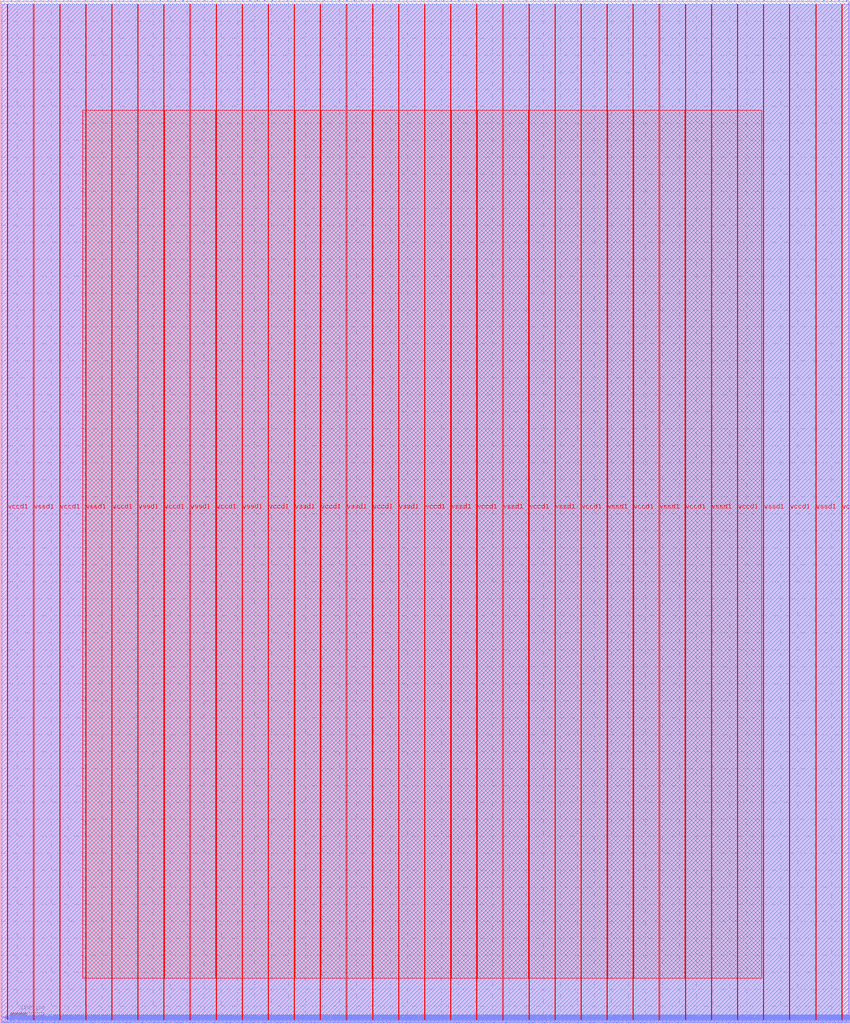
<source format=lef>
VERSION 5.7 ;
  NOWIREEXTENSIONATPIN ON ;
  DIVIDERCHAR "/" ;
  BUSBITCHARS "[]" ;
MACRO user_project
  CLASS BLOCK ;
  FOREIGN user_project ;
  ORIGIN 0.000 0.000 ;
  SIZE 2504.145 BY 3013.485 ;
  PIN io_in[0]
    DIRECTION INPUT ;
    USE SIGNAL ;
    PORT
      LAYER met2 ;
        RECT 10.670 3009.485 10.950 3013.485 ;
    END
  END io_in[0]
  PIN io_in[10]
    DIRECTION INPUT ;
    USE SIGNAL ;
    PORT
      LAYER met2 ;
        RECT 669.390 3009.485 669.670 3013.485 ;
    END
  END io_in[10]
  PIN io_in[11]
    DIRECTION INPUT ;
    USE SIGNAL ;
    PORT
      LAYER met2 ;
        RECT 735.170 3009.485 735.450 3013.485 ;
    END
  END io_in[11]
  PIN io_in[12]
    DIRECTION INPUT ;
    USE SIGNAL ;
    PORT
      LAYER met2 ;
        RECT 801.410 3009.485 801.690 3013.485 ;
    END
  END io_in[12]
  PIN io_in[13]
    DIRECTION INPUT ;
    USE SIGNAL ;
    PORT
      LAYER met2 ;
        RECT 867.190 3009.485 867.470 3013.485 ;
    END
  END io_in[13]
  PIN io_in[14]
    DIRECTION INPUT ;
    USE SIGNAL ;
    PORT
      LAYER met2 ;
        RECT 932.970 3009.485 933.250 3013.485 ;
    END
  END io_in[14]
  PIN io_in[15]
    DIRECTION INPUT ;
    USE SIGNAL ;
    PORT
      LAYER met2 ;
        RECT 998.750 3009.485 999.030 3013.485 ;
    END
  END io_in[15]
  PIN io_in[16]
    DIRECTION INPUT ;
    USE SIGNAL ;
    PORT
      LAYER met2 ;
        RECT 1064.990 3009.485 1065.270 3013.485 ;
    END
  END io_in[16]
  PIN io_in[17]
    DIRECTION INPUT ;
    USE SIGNAL ;
    PORT
      LAYER met2 ;
        RECT 1130.770 3009.485 1131.050 3013.485 ;
    END
  END io_in[17]
  PIN io_in[18]
    DIRECTION INPUT ;
    USE SIGNAL ;
    PORT
      LAYER met2 ;
        RECT 1196.550 3009.485 1196.830 3013.485 ;
    END
  END io_in[18]
  PIN io_in[19]
    DIRECTION INPUT ;
    USE SIGNAL ;
    PORT
      LAYER met2 ;
        RECT 1262.790 3009.485 1263.070 3013.485 ;
    END
  END io_in[19]
  PIN io_in[1]
    DIRECTION INPUT ;
    USE SIGNAL ;
    PORT
      LAYER met2 ;
        RECT 76.450 3009.485 76.730 3013.485 ;
    END
  END io_in[1]
  PIN io_in[20]
    DIRECTION INPUT ;
    USE SIGNAL ;
    PORT
      LAYER met2 ;
        RECT 1328.570 3009.485 1328.850 3013.485 ;
    END
  END io_in[20]
  PIN io_in[21]
    DIRECTION INPUT ;
    USE SIGNAL ;
    PORT
      LAYER met2 ;
        RECT 1394.350 3009.485 1394.630 3013.485 ;
    END
  END io_in[21]
  PIN io_in[22]
    DIRECTION INPUT ;
    USE SIGNAL ;
    PORT
      LAYER met2 ;
        RECT 1460.130 3009.485 1460.410 3013.485 ;
    END
  END io_in[22]
  PIN io_in[23]
    DIRECTION INPUT ;
    USE SIGNAL ;
    PORT
      LAYER met2 ;
        RECT 1526.370 3009.485 1526.650 3013.485 ;
    END
  END io_in[23]
  PIN io_in[24]
    DIRECTION INPUT ;
    USE SIGNAL ;
    PORT
      LAYER met2 ;
        RECT 1592.150 3009.485 1592.430 3013.485 ;
    END
  END io_in[24]
  PIN io_in[25]
    DIRECTION INPUT ;
    USE SIGNAL ;
    PORT
      LAYER met2 ;
        RECT 1657.930 3009.485 1658.210 3013.485 ;
    END
  END io_in[25]
  PIN io_in[26]
    DIRECTION INPUT ;
    USE SIGNAL ;
    PORT
      LAYER met2 ;
        RECT 1723.710 3009.485 1723.990 3013.485 ;
    END
  END io_in[26]
  PIN io_in[27]
    DIRECTION INPUT ;
    USE SIGNAL ;
    PORT
      LAYER met2 ;
        RECT 1789.950 3009.485 1790.230 3013.485 ;
    END
  END io_in[27]
  PIN io_in[28]
    DIRECTION INPUT ;
    USE SIGNAL ;
    PORT
      LAYER met2 ;
        RECT 1855.730 3009.485 1856.010 3013.485 ;
    END
  END io_in[28]
  PIN io_in[29]
    DIRECTION INPUT ;
    USE SIGNAL ;
    PORT
      LAYER met2 ;
        RECT 1921.510 3009.485 1921.790 3013.485 ;
    END
  END io_in[29]
  PIN io_in[2]
    DIRECTION INPUT ;
    USE SIGNAL ;
    PORT
      LAYER met2 ;
        RECT 142.230 3009.485 142.510 3013.485 ;
    END
  END io_in[2]
  PIN io_in[30]
    DIRECTION INPUT ;
    USE SIGNAL ;
    PORT
      LAYER met2 ;
        RECT 1987.290 3009.485 1987.570 3013.485 ;
    END
  END io_in[30]
  PIN io_in[31]
    DIRECTION INPUT ;
    USE SIGNAL ;
    PORT
      LAYER met2 ;
        RECT 2053.530 3009.485 2053.810 3013.485 ;
    END
  END io_in[31]
  PIN io_in[32]
    DIRECTION INPUT ;
    USE SIGNAL ;
    PORT
      LAYER met2 ;
        RECT 2119.310 3009.485 2119.590 3013.485 ;
    END
  END io_in[32]
  PIN io_in[33]
    DIRECTION INPUT ;
    USE SIGNAL ;
    PORT
      LAYER met2 ;
        RECT 2185.090 3009.485 2185.370 3013.485 ;
    END
  END io_in[33]
  PIN io_in[34]
    DIRECTION INPUT ;
    USE SIGNAL ;
    PORT
      LAYER met2 ;
        RECT 2250.870 3009.485 2251.150 3013.485 ;
    END
  END io_in[34]
  PIN io_in[35]
    DIRECTION INPUT ;
    USE SIGNAL ;
    PORT
      LAYER met2 ;
        RECT 2317.110 3009.485 2317.390 3013.485 ;
    END
  END io_in[35]
  PIN io_in[36]
    DIRECTION INPUT ;
    USE SIGNAL ;
    PORT
      LAYER met2 ;
        RECT 2382.890 3009.485 2383.170 3013.485 ;
    END
  END io_in[36]
  PIN io_in[37]
    DIRECTION INPUT ;
    USE SIGNAL ;
    PORT
      LAYER met2 ;
        RECT 2448.670 3009.485 2448.950 3013.485 ;
    END
  END io_in[37]
  PIN io_in[3]
    DIRECTION INPUT ;
    USE SIGNAL ;
    PORT
      LAYER met2 ;
        RECT 208.010 3009.485 208.290 3013.485 ;
    END
  END io_in[3]
  PIN io_in[4]
    DIRECTION INPUT ;
    USE SIGNAL ;
    PORT
      LAYER met2 ;
        RECT 274.250 3009.485 274.530 3013.485 ;
    END
  END io_in[4]
  PIN io_in[5]
    DIRECTION INPUT ;
    USE SIGNAL ;
    PORT
      LAYER met2 ;
        RECT 340.030 3009.485 340.310 3013.485 ;
    END
  END io_in[5]
  PIN io_in[6]
    DIRECTION INPUT ;
    USE SIGNAL ;
    PORT
      LAYER met2 ;
        RECT 405.810 3009.485 406.090 3013.485 ;
    END
  END io_in[6]
  PIN io_in[7]
    DIRECTION INPUT ;
    USE SIGNAL ;
    PORT
      LAYER met2 ;
        RECT 471.590 3009.485 471.870 3013.485 ;
    END
  END io_in[7]
  PIN io_in[8]
    DIRECTION INPUT ;
    USE SIGNAL ;
    PORT
      LAYER met2 ;
        RECT 537.830 3009.485 538.110 3013.485 ;
    END
  END io_in[8]
  PIN io_in[9]
    DIRECTION INPUT ;
    USE SIGNAL ;
    PORT
      LAYER met2 ;
        RECT 603.610 3009.485 603.890 3013.485 ;
    END
  END io_in[9]
  PIN io_oeb[0]
    DIRECTION OUTPUT TRISTATE ;
    USE SIGNAL ;
    PORT
      LAYER met2 ;
        RECT 32.290 3009.485 32.570 3013.485 ;
    END
  END io_oeb[0]
  PIN io_oeb[10]
    DIRECTION OUTPUT TRISTATE ;
    USE SIGNAL ;
    PORT
      LAYER met2 ;
        RECT 691.470 3009.485 691.750 3013.485 ;
    END
  END io_oeb[10]
  PIN io_oeb[11]
    DIRECTION OUTPUT TRISTATE ;
    USE SIGNAL ;
    PORT
      LAYER met2 ;
        RECT 757.250 3009.485 757.530 3013.485 ;
    END
  END io_oeb[11]
  PIN io_oeb[12]
    DIRECTION OUTPUT TRISTATE ;
    USE SIGNAL ;
    PORT
      LAYER met2 ;
        RECT 823.030 3009.485 823.310 3013.485 ;
    END
  END io_oeb[12]
  PIN io_oeb[13]
    DIRECTION OUTPUT TRISTATE ;
    USE SIGNAL ;
    PORT
      LAYER met2 ;
        RECT 889.270 3009.485 889.550 3013.485 ;
    END
  END io_oeb[13]
  PIN io_oeb[14]
    DIRECTION OUTPUT TRISTATE ;
    USE SIGNAL ;
    PORT
      LAYER met2 ;
        RECT 955.050 3009.485 955.330 3013.485 ;
    END
  END io_oeb[14]
  PIN io_oeb[15]
    DIRECTION OUTPUT TRISTATE ;
    USE SIGNAL ;
    PORT
      LAYER met2 ;
        RECT 1020.830 3009.485 1021.110 3013.485 ;
    END
  END io_oeb[15]
  PIN io_oeb[16]
    DIRECTION OUTPUT TRISTATE ;
    USE SIGNAL ;
    PORT
      LAYER met2 ;
        RECT 1086.610 3009.485 1086.890 3013.485 ;
    END
  END io_oeb[16]
  PIN io_oeb[17]
    DIRECTION OUTPUT TRISTATE ;
    USE SIGNAL ;
    PORT
      LAYER met2 ;
        RECT 1152.850 3009.485 1153.130 3013.485 ;
    END
  END io_oeb[17]
  PIN io_oeb[18]
    DIRECTION OUTPUT TRISTATE ;
    USE SIGNAL ;
    PORT
      LAYER met2 ;
        RECT 1218.630 3009.485 1218.910 3013.485 ;
    END
  END io_oeb[18]
  PIN io_oeb[19]
    DIRECTION OUTPUT TRISTATE ;
    USE SIGNAL ;
    PORT
      LAYER met2 ;
        RECT 1284.410 3009.485 1284.690 3013.485 ;
    END
  END io_oeb[19]
  PIN io_oeb[1]
    DIRECTION OUTPUT TRISTATE ;
    USE SIGNAL ;
    PORT
      LAYER met2 ;
        RECT 98.530 3009.485 98.810 3013.485 ;
    END
  END io_oeb[1]
  PIN io_oeb[20]
    DIRECTION OUTPUT TRISTATE ;
    USE SIGNAL ;
    PORT
      LAYER met2 ;
        RECT 1350.650 3009.485 1350.930 3013.485 ;
    END
  END io_oeb[20]
  PIN io_oeb[21]
    DIRECTION OUTPUT TRISTATE ;
    USE SIGNAL ;
    PORT
      LAYER met2 ;
        RECT 1416.430 3009.485 1416.710 3013.485 ;
    END
  END io_oeb[21]
  PIN io_oeb[22]
    DIRECTION OUTPUT TRISTATE ;
    USE SIGNAL ;
    PORT
      LAYER met2 ;
        RECT 1482.210 3009.485 1482.490 3013.485 ;
    END
  END io_oeb[22]
  PIN io_oeb[23]
    DIRECTION OUTPUT TRISTATE ;
    USE SIGNAL ;
    PORT
      LAYER met2 ;
        RECT 1547.990 3009.485 1548.270 3013.485 ;
    END
  END io_oeb[23]
  PIN io_oeb[24]
    DIRECTION OUTPUT TRISTATE ;
    USE SIGNAL ;
    PORT
      LAYER met2 ;
        RECT 1614.230 3009.485 1614.510 3013.485 ;
    END
  END io_oeb[24]
  PIN io_oeb[25]
    DIRECTION OUTPUT TRISTATE ;
    USE SIGNAL ;
    PORT
      LAYER met2 ;
        RECT 1680.010 3009.485 1680.290 3013.485 ;
    END
  END io_oeb[25]
  PIN io_oeb[26]
    DIRECTION OUTPUT TRISTATE ;
    USE SIGNAL ;
    PORT
      LAYER met2 ;
        RECT 1745.790 3009.485 1746.070 3013.485 ;
    END
  END io_oeb[26]
  PIN io_oeb[27]
    DIRECTION OUTPUT TRISTATE ;
    USE SIGNAL ;
    PORT
      LAYER met2 ;
        RECT 1811.570 3009.485 1811.850 3013.485 ;
    END
  END io_oeb[27]
  PIN io_oeb[28]
    DIRECTION OUTPUT TRISTATE ;
    USE SIGNAL ;
    PORT
      LAYER met2 ;
        RECT 1877.810 3009.485 1878.090 3013.485 ;
    END
  END io_oeb[28]
  PIN io_oeb[29]
    DIRECTION OUTPUT TRISTATE ;
    USE SIGNAL ;
    PORT
      LAYER met2 ;
        RECT 1943.590 3009.485 1943.870 3013.485 ;
    END
  END io_oeb[29]
  PIN io_oeb[2]
    DIRECTION OUTPUT TRISTATE ;
    USE SIGNAL ;
    PORT
      LAYER met2 ;
        RECT 164.310 3009.485 164.590 3013.485 ;
    END
  END io_oeb[2]
  PIN io_oeb[30]
    DIRECTION OUTPUT TRISTATE ;
    USE SIGNAL ;
    PORT
      LAYER met2 ;
        RECT 2009.370 3009.485 2009.650 3013.485 ;
    END
  END io_oeb[30]
  PIN io_oeb[31]
    DIRECTION OUTPUT TRISTATE ;
    USE SIGNAL ;
    PORT
      LAYER met2 ;
        RECT 2075.150 3009.485 2075.430 3013.485 ;
    END
  END io_oeb[31]
  PIN io_oeb[32]
    DIRECTION OUTPUT TRISTATE ;
    USE SIGNAL ;
    PORT
      LAYER met2 ;
        RECT 2141.390 3009.485 2141.670 3013.485 ;
    END
  END io_oeb[32]
  PIN io_oeb[33]
    DIRECTION OUTPUT TRISTATE ;
    USE SIGNAL ;
    PORT
      LAYER met2 ;
        RECT 2207.170 3009.485 2207.450 3013.485 ;
    END
  END io_oeb[33]
  PIN io_oeb[34]
    DIRECTION OUTPUT TRISTATE ;
    USE SIGNAL ;
    PORT
      LAYER met2 ;
        RECT 2272.950 3009.485 2273.230 3013.485 ;
    END
  END io_oeb[34]
  PIN io_oeb[35]
    DIRECTION OUTPUT TRISTATE ;
    USE SIGNAL ;
    PORT
      LAYER met2 ;
        RECT 2338.730 3009.485 2339.010 3013.485 ;
    END
  END io_oeb[35]
  PIN io_oeb[36]
    DIRECTION OUTPUT TRISTATE ;
    USE SIGNAL ;
    PORT
      LAYER met2 ;
        RECT 2404.970 3009.485 2405.250 3013.485 ;
    END
  END io_oeb[36]
  PIN io_oeb[37]
    DIRECTION OUTPUT TRISTATE ;
    USE SIGNAL ;
    PORT
      LAYER met2 ;
        RECT 2470.750 3009.485 2471.030 3013.485 ;
    END
  END io_oeb[37]
  PIN io_oeb[3]
    DIRECTION OUTPUT TRISTATE ;
    USE SIGNAL ;
    PORT
      LAYER met2 ;
        RECT 230.090 3009.485 230.370 3013.485 ;
    END
  END io_oeb[3]
  PIN io_oeb[4]
    DIRECTION OUTPUT TRISTATE ;
    USE SIGNAL ;
    PORT
      LAYER met2 ;
        RECT 295.870 3009.485 296.150 3013.485 ;
    END
  END io_oeb[4]
  PIN io_oeb[5]
    DIRECTION OUTPUT TRISTATE ;
    USE SIGNAL ;
    PORT
      LAYER met2 ;
        RECT 362.110 3009.485 362.390 3013.485 ;
    END
  END io_oeb[5]
  PIN io_oeb[6]
    DIRECTION OUTPUT TRISTATE ;
    USE SIGNAL ;
    PORT
      LAYER met2 ;
        RECT 427.890 3009.485 428.170 3013.485 ;
    END
  END io_oeb[6]
  PIN io_oeb[7]
    DIRECTION OUTPUT TRISTATE ;
    USE SIGNAL ;
    PORT
      LAYER met2 ;
        RECT 493.670 3009.485 493.950 3013.485 ;
    END
  END io_oeb[7]
  PIN io_oeb[8]
    DIRECTION OUTPUT TRISTATE ;
    USE SIGNAL ;
    PORT
      LAYER met2 ;
        RECT 559.450 3009.485 559.730 3013.485 ;
    END
  END io_oeb[8]
  PIN io_oeb[9]
    DIRECTION OUTPUT TRISTATE ;
    USE SIGNAL ;
    PORT
      LAYER met2 ;
        RECT 625.690 3009.485 625.970 3013.485 ;
    END
  END io_oeb[9]
  PIN io_out[0]
    DIRECTION OUTPUT TRISTATE ;
    USE SIGNAL ;
    PORT
      LAYER met2 ;
        RECT 54.370 3009.485 54.650 3013.485 ;
    END
  END io_out[0]
  PIN io_out[10]
    DIRECTION OUTPUT TRISTATE ;
    USE SIGNAL ;
    PORT
      LAYER met2 ;
        RECT 713.550 3009.485 713.830 3013.485 ;
    END
  END io_out[10]
  PIN io_out[11]
    DIRECTION OUTPUT TRISTATE ;
    USE SIGNAL ;
    PORT
      LAYER met2 ;
        RECT 779.330 3009.485 779.610 3013.485 ;
    END
  END io_out[11]
  PIN io_out[12]
    DIRECTION OUTPUT TRISTATE ;
    USE SIGNAL ;
    PORT
      LAYER met2 ;
        RECT 845.110 3009.485 845.390 3013.485 ;
    END
  END io_out[12]
  PIN io_out[13]
    DIRECTION OUTPUT TRISTATE ;
    USE SIGNAL ;
    PORT
      LAYER met2 ;
        RECT 910.890 3009.485 911.170 3013.485 ;
    END
  END io_out[13]
  PIN io_out[14]
    DIRECTION OUTPUT TRISTATE ;
    USE SIGNAL ;
    PORT
      LAYER met2 ;
        RECT 977.130 3009.485 977.410 3013.485 ;
    END
  END io_out[14]
  PIN io_out[15]
    DIRECTION OUTPUT TRISTATE ;
    USE SIGNAL ;
    PORT
      LAYER met2 ;
        RECT 1042.910 3009.485 1043.190 3013.485 ;
    END
  END io_out[15]
  PIN io_out[16]
    DIRECTION OUTPUT TRISTATE ;
    USE SIGNAL ;
    PORT
      LAYER met2 ;
        RECT 1108.690 3009.485 1108.970 3013.485 ;
    END
  END io_out[16]
  PIN io_out[17]
    DIRECTION OUTPUT TRISTATE ;
    USE SIGNAL ;
    PORT
      LAYER met2 ;
        RECT 1174.470 3009.485 1174.750 3013.485 ;
    END
  END io_out[17]
  PIN io_out[18]
    DIRECTION OUTPUT TRISTATE ;
    USE SIGNAL ;
    PORT
      LAYER met2 ;
        RECT 1240.710 3009.485 1240.990 3013.485 ;
    END
  END io_out[18]
  PIN io_out[19]
    DIRECTION OUTPUT TRISTATE ;
    USE SIGNAL ;
    PORT
      LAYER met2 ;
        RECT 1306.490 3009.485 1306.770 3013.485 ;
    END
  END io_out[19]
  PIN io_out[1]
    DIRECTION OUTPUT TRISTATE ;
    USE SIGNAL ;
    PORT
      LAYER met2 ;
        RECT 120.150 3009.485 120.430 3013.485 ;
    END
  END io_out[1]
  PIN io_out[20]
    DIRECTION OUTPUT TRISTATE ;
    USE SIGNAL ;
    PORT
      LAYER met2 ;
        RECT 1372.270 3009.485 1372.550 3013.485 ;
    END
  END io_out[20]
  PIN io_out[21]
    DIRECTION OUTPUT TRISTATE ;
    USE SIGNAL ;
    PORT
      LAYER met2 ;
        RECT 1438.510 3009.485 1438.790 3013.485 ;
    END
  END io_out[21]
  PIN io_out[22]
    DIRECTION OUTPUT TRISTATE ;
    USE SIGNAL ;
    PORT
      LAYER met2 ;
        RECT 1504.290 3009.485 1504.570 3013.485 ;
    END
  END io_out[22]
  PIN io_out[23]
    DIRECTION OUTPUT TRISTATE ;
    USE SIGNAL ;
    PORT
      LAYER met2 ;
        RECT 1570.070 3009.485 1570.350 3013.485 ;
    END
  END io_out[23]
  PIN io_out[24]
    DIRECTION OUTPUT TRISTATE ;
    USE SIGNAL ;
    PORT
      LAYER met2 ;
        RECT 1635.850 3009.485 1636.130 3013.485 ;
    END
  END io_out[24]
  PIN io_out[25]
    DIRECTION OUTPUT TRISTATE ;
    USE SIGNAL ;
    PORT
      LAYER met2 ;
        RECT 1702.090 3009.485 1702.370 3013.485 ;
    END
  END io_out[25]
  PIN io_out[26]
    DIRECTION OUTPUT TRISTATE ;
    USE SIGNAL ;
    PORT
      LAYER met2 ;
        RECT 1767.870 3009.485 1768.150 3013.485 ;
    END
  END io_out[26]
  PIN io_out[27]
    DIRECTION OUTPUT TRISTATE ;
    USE SIGNAL ;
    PORT
      LAYER met2 ;
        RECT 1833.650 3009.485 1833.930 3013.485 ;
    END
  END io_out[27]
  PIN io_out[28]
    DIRECTION OUTPUT TRISTATE ;
    USE SIGNAL ;
    PORT
      LAYER met2 ;
        RECT 1899.430 3009.485 1899.710 3013.485 ;
    END
  END io_out[28]
  PIN io_out[29]
    DIRECTION OUTPUT TRISTATE ;
    USE SIGNAL ;
    PORT
      LAYER met2 ;
        RECT 1965.670 3009.485 1965.950 3013.485 ;
    END
  END io_out[29]
  PIN io_out[2]
    DIRECTION OUTPUT TRISTATE ;
    USE SIGNAL ;
    PORT
      LAYER met2 ;
        RECT 186.390 3009.485 186.670 3013.485 ;
    END
  END io_out[2]
  PIN io_out[30]
    DIRECTION OUTPUT TRISTATE ;
    USE SIGNAL ;
    PORT
      LAYER met2 ;
        RECT 2031.450 3009.485 2031.730 3013.485 ;
    END
  END io_out[30]
  PIN io_out[31]
    DIRECTION OUTPUT TRISTATE ;
    USE SIGNAL ;
    PORT
      LAYER met2 ;
        RECT 2097.230 3009.485 2097.510 3013.485 ;
    END
  END io_out[31]
  PIN io_out[32]
    DIRECTION OUTPUT TRISTATE ;
    USE SIGNAL ;
    PORT
      LAYER met2 ;
        RECT 2163.010 3009.485 2163.290 3013.485 ;
    END
  END io_out[32]
  PIN io_out[33]
    DIRECTION OUTPUT TRISTATE ;
    USE SIGNAL ;
    PORT
      LAYER met2 ;
        RECT 2229.250 3009.485 2229.530 3013.485 ;
    END
  END io_out[33]
  PIN io_out[34]
    DIRECTION OUTPUT TRISTATE ;
    USE SIGNAL ;
    PORT
      LAYER met2 ;
        RECT 2295.030 3009.485 2295.310 3013.485 ;
    END
  END io_out[34]
  PIN io_out[35]
    DIRECTION OUTPUT TRISTATE ;
    USE SIGNAL ;
    PORT
      LAYER met2 ;
        RECT 2360.810 3009.485 2361.090 3013.485 ;
    END
  END io_out[35]
  PIN io_out[36]
    DIRECTION OUTPUT TRISTATE ;
    USE SIGNAL ;
    PORT
      LAYER met2 ;
        RECT 2426.590 3009.485 2426.870 3013.485 ;
    END
  END io_out[36]
  PIN io_out[37]
    DIRECTION OUTPUT TRISTATE ;
    USE SIGNAL ;
    PORT
      LAYER met2 ;
        RECT 2492.830 3009.485 2493.110 3013.485 ;
    END
  END io_out[37]
  PIN io_out[3]
    DIRECTION OUTPUT TRISTATE ;
    USE SIGNAL ;
    PORT
      LAYER met2 ;
        RECT 252.170 3009.485 252.450 3013.485 ;
    END
  END io_out[3]
  PIN io_out[4]
    DIRECTION OUTPUT TRISTATE ;
    USE SIGNAL ;
    PORT
      LAYER met2 ;
        RECT 317.950 3009.485 318.230 3013.485 ;
    END
  END io_out[4]
  PIN io_out[5]
    DIRECTION OUTPUT TRISTATE ;
    USE SIGNAL ;
    PORT
      LAYER met2 ;
        RECT 383.730 3009.485 384.010 3013.485 ;
    END
  END io_out[5]
  PIN io_out[6]
    DIRECTION OUTPUT TRISTATE ;
    USE SIGNAL ;
    PORT
      LAYER met2 ;
        RECT 449.970 3009.485 450.250 3013.485 ;
    END
  END io_out[6]
  PIN io_out[7]
    DIRECTION OUTPUT TRISTATE ;
    USE SIGNAL ;
    PORT
      LAYER met2 ;
        RECT 515.750 3009.485 516.030 3013.485 ;
    END
  END io_out[7]
  PIN io_out[8]
    DIRECTION OUTPUT TRISTATE ;
    USE SIGNAL ;
    PORT
      LAYER met2 ;
        RECT 581.530 3009.485 581.810 3013.485 ;
    END
  END io_out[8]
  PIN io_out[9]
    DIRECTION OUTPUT TRISTATE ;
    USE SIGNAL ;
    PORT
      LAYER met2 ;
        RECT 647.310 3009.485 647.590 3013.485 ;
    END
  END io_out[9]
  PIN irq[0]
    DIRECTION OUTPUT TRISTATE ;
    USE SIGNAL ;
    PORT
      LAYER met2 ;
        RECT 2490.990 0.000 2491.270 4.000 ;
    END
  END irq[0]
  PIN irq[1]
    DIRECTION OUTPUT TRISTATE ;
    USE SIGNAL ;
    PORT
      LAYER met2 ;
        RECT 2496.050 0.000 2496.330 4.000 ;
    END
  END irq[1]
  PIN irq[2]
    DIRECTION OUTPUT TRISTATE ;
    USE SIGNAL ;
    PORT
      LAYER met2 ;
        RECT 2501.110 0.000 2501.390 4.000 ;
    END
  END irq[2]
  PIN la_data_in[0]
    DIRECTION INPUT ;
    USE SIGNAL ;
    PORT
      LAYER met2 ;
        RECT 540.590 0.000 540.870 4.000 ;
    END
  END la_data_in[0]
  PIN la_data_in[100]
    DIRECTION INPUT ;
    USE SIGNAL ;
    PORT
      LAYER met2 ;
        RECT 2064.570 0.000 2064.850 4.000 ;
    END
  END la_data_in[100]
  PIN la_data_in[101]
    DIRECTION INPUT ;
    USE SIGNAL ;
    PORT
      LAYER met2 ;
        RECT 2079.750 0.000 2080.030 4.000 ;
    END
  END la_data_in[101]
  PIN la_data_in[102]
    DIRECTION INPUT ;
    USE SIGNAL ;
    PORT
      LAYER met2 ;
        RECT 2094.930 0.000 2095.210 4.000 ;
    END
  END la_data_in[102]
  PIN la_data_in[103]
    DIRECTION INPUT ;
    USE SIGNAL ;
    PORT
      LAYER met2 ;
        RECT 2110.110 0.000 2110.390 4.000 ;
    END
  END la_data_in[103]
  PIN la_data_in[104]
    DIRECTION INPUT ;
    USE SIGNAL ;
    PORT
      LAYER met2 ;
        RECT 2125.290 0.000 2125.570 4.000 ;
    END
  END la_data_in[104]
  PIN la_data_in[105]
    DIRECTION INPUT ;
    USE SIGNAL ;
    PORT
      LAYER met2 ;
        RECT 2140.470 0.000 2140.750 4.000 ;
    END
  END la_data_in[105]
  PIN la_data_in[106]
    DIRECTION INPUT ;
    USE SIGNAL ;
    PORT
      LAYER met2 ;
        RECT 2156.110 0.000 2156.390 4.000 ;
    END
  END la_data_in[106]
  PIN la_data_in[107]
    DIRECTION INPUT ;
    USE SIGNAL ;
    PORT
      LAYER met2 ;
        RECT 2171.290 0.000 2171.570 4.000 ;
    END
  END la_data_in[107]
  PIN la_data_in[108]
    DIRECTION INPUT ;
    USE SIGNAL ;
    PORT
      LAYER met2 ;
        RECT 2186.470 0.000 2186.750 4.000 ;
    END
  END la_data_in[108]
  PIN la_data_in[109]
    DIRECTION INPUT ;
    USE SIGNAL ;
    PORT
      LAYER met2 ;
        RECT 2201.650 0.000 2201.930 4.000 ;
    END
  END la_data_in[109]
  PIN la_data_in[10]
    DIRECTION INPUT ;
    USE SIGNAL ;
    PORT
      LAYER met2 ;
        RECT 692.850 0.000 693.130 4.000 ;
    END
  END la_data_in[10]
  PIN la_data_in[110]
    DIRECTION INPUT ;
    USE SIGNAL ;
    PORT
      LAYER met2 ;
        RECT 2216.830 0.000 2217.110 4.000 ;
    END
  END la_data_in[110]
  PIN la_data_in[111]
    DIRECTION INPUT ;
    USE SIGNAL ;
    PORT
      LAYER met2 ;
        RECT 2232.010 0.000 2232.290 4.000 ;
    END
  END la_data_in[111]
  PIN la_data_in[112]
    DIRECTION INPUT ;
    USE SIGNAL ;
    PORT
      LAYER met2 ;
        RECT 2247.190 0.000 2247.470 4.000 ;
    END
  END la_data_in[112]
  PIN la_data_in[113]
    DIRECTION INPUT ;
    USE SIGNAL ;
    PORT
      LAYER met2 ;
        RECT 2262.370 0.000 2262.650 4.000 ;
    END
  END la_data_in[113]
  PIN la_data_in[114]
    DIRECTION INPUT ;
    USE SIGNAL ;
    PORT
      LAYER met2 ;
        RECT 2278.010 0.000 2278.290 4.000 ;
    END
  END la_data_in[114]
  PIN la_data_in[115]
    DIRECTION INPUT ;
    USE SIGNAL ;
    PORT
      LAYER met2 ;
        RECT 2293.190 0.000 2293.470 4.000 ;
    END
  END la_data_in[115]
  PIN la_data_in[116]
    DIRECTION INPUT ;
    USE SIGNAL ;
    PORT
      LAYER met2 ;
        RECT 2308.370 0.000 2308.650 4.000 ;
    END
  END la_data_in[116]
  PIN la_data_in[117]
    DIRECTION INPUT ;
    USE SIGNAL ;
    PORT
      LAYER met2 ;
        RECT 2323.550 0.000 2323.830 4.000 ;
    END
  END la_data_in[117]
  PIN la_data_in[118]
    DIRECTION INPUT ;
    USE SIGNAL ;
    PORT
      LAYER met2 ;
        RECT 2338.730 0.000 2339.010 4.000 ;
    END
  END la_data_in[118]
  PIN la_data_in[119]
    DIRECTION INPUT ;
    USE SIGNAL ;
    PORT
      LAYER met2 ;
        RECT 2353.910 0.000 2354.190 4.000 ;
    END
  END la_data_in[119]
  PIN la_data_in[11]
    DIRECTION INPUT ;
    USE SIGNAL ;
    PORT
      LAYER met2 ;
        RECT 708.030 0.000 708.310 4.000 ;
    END
  END la_data_in[11]
  PIN la_data_in[120]
    DIRECTION INPUT ;
    USE SIGNAL ;
    PORT
      LAYER met2 ;
        RECT 2369.090 0.000 2369.370 4.000 ;
    END
  END la_data_in[120]
  PIN la_data_in[121]
    DIRECTION INPUT ;
    USE SIGNAL ;
    PORT
      LAYER met2 ;
        RECT 2384.270 0.000 2384.550 4.000 ;
    END
  END la_data_in[121]
  PIN la_data_in[122]
    DIRECTION INPUT ;
    USE SIGNAL ;
    PORT
      LAYER met2 ;
        RECT 2399.910 0.000 2400.190 4.000 ;
    END
  END la_data_in[122]
  PIN la_data_in[123]
    DIRECTION INPUT ;
    USE SIGNAL ;
    PORT
      LAYER met2 ;
        RECT 2415.090 0.000 2415.370 4.000 ;
    END
  END la_data_in[123]
  PIN la_data_in[124]
    DIRECTION INPUT ;
    USE SIGNAL ;
    PORT
      LAYER met2 ;
        RECT 2430.270 0.000 2430.550 4.000 ;
    END
  END la_data_in[124]
  PIN la_data_in[125]
    DIRECTION INPUT ;
    USE SIGNAL ;
    PORT
      LAYER met2 ;
        RECT 2445.450 0.000 2445.730 4.000 ;
    END
  END la_data_in[125]
  PIN la_data_in[126]
    DIRECTION INPUT ;
    USE SIGNAL ;
    PORT
      LAYER met2 ;
        RECT 2460.630 0.000 2460.910 4.000 ;
    END
  END la_data_in[126]
  PIN la_data_in[127]
    DIRECTION INPUT ;
    USE SIGNAL ;
    PORT
      LAYER met2 ;
        RECT 2475.810 0.000 2476.090 4.000 ;
    END
  END la_data_in[127]
  PIN la_data_in[12]
    DIRECTION INPUT ;
    USE SIGNAL ;
    PORT
      LAYER met2 ;
        RECT 723.670 0.000 723.950 4.000 ;
    END
  END la_data_in[12]
  PIN la_data_in[13]
    DIRECTION INPUT ;
    USE SIGNAL ;
    PORT
      LAYER met2 ;
        RECT 738.850 0.000 739.130 4.000 ;
    END
  END la_data_in[13]
  PIN la_data_in[14]
    DIRECTION INPUT ;
    USE SIGNAL ;
    PORT
      LAYER met2 ;
        RECT 754.030 0.000 754.310 4.000 ;
    END
  END la_data_in[14]
  PIN la_data_in[15]
    DIRECTION INPUT ;
    USE SIGNAL ;
    PORT
      LAYER met2 ;
        RECT 769.210 0.000 769.490 4.000 ;
    END
  END la_data_in[15]
  PIN la_data_in[16]
    DIRECTION INPUT ;
    USE SIGNAL ;
    PORT
      LAYER met2 ;
        RECT 784.390 0.000 784.670 4.000 ;
    END
  END la_data_in[16]
  PIN la_data_in[17]
    DIRECTION INPUT ;
    USE SIGNAL ;
    PORT
      LAYER met2 ;
        RECT 799.570 0.000 799.850 4.000 ;
    END
  END la_data_in[17]
  PIN la_data_in[18]
    DIRECTION INPUT ;
    USE SIGNAL ;
    PORT
      LAYER met2 ;
        RECT 814.750 0.000 815.030 4.000 ;
    END
  END la_data_in[18]
  PIN la_data_in[19]
    DIRECTION INPUT ;
    USE SIGNAL ;
    PORT
      LAYER met2 ;
        RECT 829.930 0.000 830.210 4.000 ;
    END
  END la_data_in[19]
  PIN la_data_in[1]
    DIRECTION INPUT ;
    USE SIGNAL ;
    PORT
      LAYER met2 ;
        RECT 555.770 0.000 556.050 4.000 ;
    END
  END la_data_in[1]
  PIN la_data_in[20]
    DIRECTION INPUT ;
    USE SIGNAL ;
    PORT
      LAYER met2 ;
        RECT 845.570 0.000 845.850 4.000 ;
    END
  END la_data_in[20]
  PIN la_data_in[21]
    DIRECTION INPUT ;
    USE SIGNAL ;
    PORT
      LAYER met2 ;
        RECT 860.750 0.000 861.030 4.000 ;
    END
  END la_data_in[21]
  PIN la_data_in[22]
    DIRECTION INPUT ;
    USE SIGNAL ;
    PORT
      LAYER met2 ;
        RECT 875.930 0.000 876.210 4.000 ;
    END
  END la_data_in[22]
  PIN la_data_in[23]
    DIRECTION INPUT ;
    USE SIGNAL ;
    PORT
      LAYER met2 ;
        RECT 891.110 0.000 891.390 4.000 ;
    END
  END la_data_in[23]
  PIN la_data_in[24]
    DIRECTION INPUT ;
    USE SIGNAL ;
    PORT
      LAYER met2 ;
        RECT 906.290 0.000 906.570 4.000 ;
    END
  END la_data_in[24]
  PIN la_data_in[25]
    DIRECTION INPUT ;
    USE SIGNAL ;
    PORT
      LAYER met2 ;
        RECT 921.470 0.000 921.750 4.000 ;
    END
  END la_data_in[25]
  PIN la_data_in[26]
    DIRECTION INPUT ;
    USE SIGNAL ;
    PORT
      LAYER met2 ;
        RECT 936.650 0.000 936.930 4.000 ;
    END
  END la_data_in[26]
  PIN la_data_in[27]
    DIRECTION INPUT ;
    USE SIGNAL ;
    PORT
      LAYER met2 ;
        RECT 951.830 0.000 952.110 4.000 ;
    END
  END la_data_in[27]
  PIN la_data_in[28]
    DIRECTION INPUT ;
    USE SIGNAL ;
    PORT
      LAYER met2 ;
        RECT 967.470 0.000 967.750 4.000 ;
    END
  END la_data_in[28]
  PIN la_data_in[29]
    DIRECTION INPUT ;
    USE SIGNAL ;
    PORT
      LAYER met2 ;
        RECT 982.650 0.000 982.930 4.000 ;
    END
  END la_data_in[29]
  PIN la_data_in[2]
    DIRECTION INPUT ;
    USE SIGNAL ;
    PORT
      LAYER met2 ;
        RECT 570.950 0.000 571.230 4.000 ;
    END
  END la_data_in[2]
  PIN la_data_in[30]
    DIRECTION INPUT ;
    USE SIGNAL ;
    PORT
      LAYER met2 ;
        RECT 997.830 0.000 998.110 4.000 ;
    END
  END la_data_in[30]
  PIN la_data_in[31]
    DIRECTION INPUT ;
    USE SIGNAL ;
    PORT
      LAYER met2 ;
        RECT 1013.010 0.000 1013.290 4.000 ;
    END
  END la_data_in[31]
  PIN la_data_in[32]
    DIRECTION INPUT ;
    USE SIGNAL ;
    PORT
      LAYER met2 ;
        RECT 1028.190 0.000 1028.470 4.000 ;
    END
  END la_data_in[32]
  PIN la_data_in[33]
    DIRECTION INPUT ;
    USE SIGNAL ;
    PORT
      LAYER met2 ;
        RECT 1043.370 0.000 1043.650 4.000 ;
    END
  END la_data_in[33]
  PIN la_data_in[34]
    DIRECTION INPUT ;
    USE SIGNAL ;
    PORT
      LAYER met2 ;
        RECT 1058.550 0.000 1058.830 4.000 ;
    END
  END la_data_in[34]
  PIN la_data_in[35]
    DIRECTION INPUT ;
    USE SIGNAL ;
    PORT
      LAYER met2 ;
        RECT 1073.730 0.000 1074.010 4.000 ;
    END
  END la_data_in[35]
  PIN la_data_in[36]
    DIRECTION INPUT ;
    USE SIGNAL ;
    PORT
      LAYER met2 ;
        RECT 1089.370 0.000 1089.650 4.000 ;
    END
  END la_data_in[36]
  PIN la_data_in[37]
    DIRECTION INPUT ;
    USE SIGNAL ;
    PORT
      LAYER met2 ;
        RECT 1104.550 0.000 1104.830 4.000 ;
    END
  END la_data_in[37]
  PIN la_data_in[38]
    DIRECTION INPUT ;
    USE SIGNAL ;
    PORT
      LAYER met2 ;
        RECT 1119.730 0.000 1120.010 4.000 ;
    END
  END la_data_in[38]
  PIN la_data_in[39]
    DIRECTION INPUT ;
    USE SIGNAL ;
    PORT
      LAYER met2 ;
        RECT 1134.910 0.000 1135.190 4.000 ;
    END
  END la_data_in[39]
  PIN la_data_in[3]
    DIRECTION INPUT ;
    USE SIGNAL ;
    PORT
      LAYER met2 ;
        RECT 586.130 0.000 586.410 4.000 ;
    END
  END la_data_in[3]
  PIN la_data_in[40]
    DIRECTION INPUT ;
    USE SIGNAL ;
    PORT
      LAYER met2 ;
        RECT 1150.090 0.000 1150.370 4.000 ;
    END
  END la_data_in[40]
  PIN la_data_in[41]
    DIRECTION INPUT ;
    USE SIGNAL ;
    PORT
      LAYER met2 ;
        RECT 1165.270 0.000 1165.550 4.000 ;
    END
  END la_data_in[41]
  PIN la_data_in[42]
    DIRECTION INPUT ;
    USE SIGNAL ;
    PORT
      LAYER met2 ;
        RECT 1180.450 0.000 1180.730 4.000 ;
    END
  END la_data_in[42]
  PIN la_data_in[43]
    DIRECTION INPUT ;
    USE SIGNAL ;
    PORT
      LAYER met2 ;
        RECT 1196.090 0.000 1196.370 4.000 ;
    END
  END la_data_in[43]
  PIN la_data_in[44]
    DIRECTION INPUT ;
    USE SIGNAL ;
    PORT
      LAYER met2 ;
        RECT 1211.270 0.000 1211.550 4.000 ;
    END
  END la_data_in[44]
  PIN la_data_in[45]
    DIRECTION INPUT ;
    USE SIGNAL ;
    PORT
      LAYER met2 ;
        RECT 1226.450 0.000 1226.730 4.000 ;
    END
  END la_data_in[45]
  PIN la_data_in[46]
    DIRECTION INPUT ;
    USE SIGNAL ;
    PORT
      LAYER met2 ;
        RECT 1241.630 0.000 1241.910 4.000 ;
    END
  END la_data_in[46]
  PIN la_data_in[47]
    DIRECTION INPUT ;
    USE SIGNAL ;
    PORT
      LAYER met2 ;
        RECT 1256.810 0.000 1257.090 4.000 ;
    END
  END la_data_in[47]
  PIN la_data_in[48]
    DIRECTION INPUT ;
    USE SIGNAL ;
    PORT
      LAYER met2 ;
        RECT 1271.990 0.000 1272.270 4.000 ;
    END
  END la_data_in[48]
  PIN la_data_in[49]
    DIRECTION INPUT ;
    USE SIGNAL ;
    PORT
      LAYER met2 ;
        RECT 1287.170 0.000 1287.450 4.000 ;
    END
  END la_data_in[49]
  PIN la_data_in[4]
    DIRECTION INPUT ;
    USE SIGNAL ;
    PORT
      LAYER met2 ;
        RECT 601.770 0.000 602.050 4.000 ;
    END
  END la_data_in[4]
  PIN la_data_in[50]
    DIRECTION INPUT ;
    USE SIGNAL ;
    PORT
      LAYER met2 ;
        RECT 1302.350 0.000 1302.630 4.000 ;
    END
  END la_data_in[50]
  PIN la_data_in[51]
    DIRECTION INPUT ;
    USE SIGNAL ;
    PORT
      LAYER met2 ;
        RECT 1317.990 0.000 1318.270 4.000 ;
    END
  END la_data_in[51]
  PIN la_data_in[52]
    DIRECTION INPUT ;
    USE SIGNAL ;
    PORT
      LAYER met2 ;
        RECT 1333.170 0.000 1333.450 4.000 ;
    END
  END la_data_in[52]
  PIN la_data_in[53]
    DIRECTION INPUT ;
    USE SIGNAL ;
    PORT
      LAYER met2 ;
        RECT 1348.350 0.000 1348.630 4.000 ;
    END
  END la_data_in[53]
  PIN la_data_in[54]
    DIRECTION INPUT ;
    USE SIGNAL ;
    PORT
      LAYER met2 ;
        RECT 1363.530 0.000 1363.810 4.000 ;
    END
  END la_data_in[54]
  PIN la_data_in[55]
    DIRECTION INPUT ;
    USE SIGNAL ;
    PORT
      LAYER met2 ;
        RECT 1378.710 0.000 1378.990 4.000 ;
    END
  END la_data_in[55]
  PIN la_data_in[56]
    DIRECTION INPUT ;
    USE SIGNAL ;
    PORT
      LAYER met2 ;
        RECT 1393.890 0.000 1394.170 4.000 ;
    END
  END la_data_in[56]
  PIN la_data_in[57]
    DIRECTION INPUT ;
    USE SIGNAL ;
    PORT
      LAYER met2 ;
        RECT 1409.070 0.000 1409.350 4.000 ;
    END
  END la_data_in[57]
  PIN la_data_in[58]
    DIRECTION INPUT ;
    USE SIGNAL ;
    PORT
      LAYER met2 ;
        RECT 1424.250 0.000 1424.530 4.000 ;
    END
  END la_data_in[58]
  PIN la_data_in[59]
    DIRECTION INPUT ;
    USE SIGNAL ;
    PORT
      LAYER met2 ;
        RECT 1439.890 0.000 1440.170 4.000 ;
    END
  END la_data_in[59]
  PIN la_data_in[5]
    DIRECTION INPUT ;
    USE SIGNAL ;
    PORT
      LAYER met2 ;
        RECT 616.950 0.000 617.230 4.000 ;
    END
  END la_data_in[5]
  PIN la_data_in[60]
    DIRECTION INPUT ;
    USE SIGNAL ;
    PORT
      LAYER met2 ;
        RECT 1455.070 0.000 1455.350 4.000 ;
    END
  END la_data_in[60]
  PIN la_data_in[61]
    DIRECTION INPUT ;
    USE SIGNAL ;
    PORT
      LAYER met2 ;
        RECT 1470.250 0.000 1470.530 4.000 ;
    END
  END la_data_in[61]
  PIN la_data_in[62]
    DIRECTION INPUT ;
    USE SIGNAL ;
    PORT
      LAYER met2 ;
        RECT 1485.430 0.000 1485.710 4.000 ;
    END
  END la_data_in[62]
  PIN la_data_in[63]
    DIRECTION INPUT ;
    USE SIGNAL ;
    PORT
      LAYER met2 ;
        RECT 1500.610 0.000 1500.890 4.000 ;
    END
  END la_data_in[63]
  PIN la_data_in[64]
    DIRECTION INPUT ;
    USE SIGNAL ;
    PORT
      LAYER met2 ;
        RECT 1515.790 0.000 1516.070 4.000 ;
    END
  END la_data_in[64]
  PIN la_data_in[65]
    DIRECTION INPUT ;
    USE SIGNAL ;
    PORT
      LAYER met2 ;
        RECT 1530.970 0.000 1531.250 4.000 ;
    END
  END la_data_in[65]
  PIN la_data_in[66]
    DIRECTION INPUT ;
    USE SIGNAL ;
    PORT
      LAYER met2 ;
        RECT 1546.150 0.000 1546.430 4.000 ;
    END
  END la_data_in[66]
  PIN la_data_in[67]
    DIRECTION INPUT ;
    USE SIGNAL ;
    PORT
      LAYER met2 ;
        RECT 1561.790 0.000 1562.070 4.000 ;
    END
  END la_data_in[67]
  PIN la_data_in[68]
    DIRECTION INPUT ;
    USE SIGNAL ;
    PORT
      LAYER met2 ;
        RECT 1576.970 0.000 1577.250 4.000 ;
    END
  END la_data_in[68]
  PIN la_data_in[69]
    DIRECTION INPUT ;
    USE SIGNAL ;
    PORT
      LAYER met2 ;
        RECT 1592.150 0.000 1592.430 4.000 ;
    END
  END la_data_in[69]
  PIN la_data_in[6]
    DIRECTION INPUT ;
    USE SIGNAL ;
    PORT
      LAYER met2 ;
        RECT 632.130 0.000 632.410 4.000 ;
    END
  END la_data_in[6]
  PIN la_data_in[70]
    DIRECTION INPUT ;
    USE SIGNAL ;
    PORT
      LAYER met2 ;
        RECT 1607.330 0.000 1607.610 4.000 ;
    END
  END la_data_in[70]
  PIN la_data_in[71]
    DIRECTION INPUT ;
    USE SIGNAL ;
    PORT
      LAYER met2 ;
        RECT 1622.510 0.000 1622.790 4.000 ;
    END
  END la_data_in[71]
  PIN la_data_in[72]
    DIRECTION INPUT ;
    USE SIGNAL ;
    PORT
      LAYER met2 ;
        RECT 1637.690 0.000 1637.970 4.000 ;
    END
  END la_data_in[72]
  PIN la_data_in[73]
    DIRECTION INPUT ;
    USE SIGNAL ;
    PORT
      LAYER met2 ;
        RECT 1652.870 0.000 1653.150 4.000 ;
    END
  END la_data_in[73]
  PIN la_data_in[74]
    DIRECTION INPUT ;
    USE SIGNAL ;
    PORT
      LAYER met2 ;
        RECT 1668.050 0.000 1668.330 4.000 ;
    END
  END la_data_in[74]
  PIN la_data_in[75]
    DIRECTION INPUT ;
    USE SIGNAL ;
    PORT
      LAYER met2 ;
        RECT 1683.690 0.000 1683.970 4.000 ;
    END
  END la_data_in[75]
  PIN la_data_in[76]
    DIRECTION INPUT ;
    USE SIGNAL ;
    PORT
      LAYER met2 ;
        RECT 1698.870 0.000 1699.150 4.000 ;
    END
  END la_data_in[76]
  PIN la_data_in[77]
    DIRECTION INPUT ;
    USE SIGNAL ;
    PORT
      LAYER met2 ;
        RECT 1714.050 0.000 1714.330 4.000 ;
    END
  END la_data_in[77]
  PIN la_data_in[78]
    DIRECTION INPUT ;
    USE SIGNAL ;
    PORT
      LAYER met2 ;
        RECT 1729.230 0.000 1729.510 4.000 ;
    END
  END la_data_in[78]
  PIN la_data_in[79]
    DIRECTION INPUT ;
    USE SIGNAL ;
    PORT
      LAYER met2 ;
        RECT 1744.410 0.000 1744.690 4.000 ;
    END
  END la_data_in[79]
  PIN la_data_in[7]
    DIRECTION INPUT ;
    USE SIGNAL ;
    PORT
      LAYER met2 ;
        RECT 647.310 0.000 647.590 4.000 ;
    END
  END la_data_in[7]
  PIN la_data_in[80]
    DIRECTION INPUT ;
    USE SIGNAL ;
    PORT
      LAYER met2 ;
        RECT 1759.590 0.000 1759.870 4.000 ;
    END
  END la_data_in[80]
  PIN la_data_in[81]
    DIRECTION INPUT ;
    USE SIGNAL ;
    PORT
      LAYER met2 ;
        RECT 1774.770 0.000 1775.050 4.000 ;
    END
  END la_data_in[81]
  PIN la_data_in[82]
    DIRECTION INPUT ;
    USE SIGNAL ;
    PORT
      LAYER met2 ;
        RECT 1789.950 0.000 1790.230 4.000 ;
    END
  END la_data_in[82]
  PIN la_data_in[83]
    DIRECTION INPUT ;
    USE SIGNAL ;
    PORT
      LAYER met2 ;
        RECT 1805.590 0.000 1805.870 4.000 ;
    END
  END la_data_in[83]
  PIN la_data_in[84]
    DIRECTION INPUT ;
    USE SIGNAL ;
    PORT
      LAYER met2 ;
        RECT 1820.770 0.000 1821.050 4.000 ;
    END
  END la_data_in[84]
  PIN la_data_in[85]
    DIRECTION INPUT ;
    USE SIGNAL ;
    PORT
      LAYER met2 ;
        RECT 1835.950 0.000 1836.230 4.000 ;
    END
  END la_data_in[85]
  PIN la_data_in[86]
    DIRECTION INPUT ;
    USE SIGNAL ;
    PORT
      LAYER met2 ;
        RECT 1851.130 0.000 1851.410 4.000 ;
    END
  END la_data_in[86]
  PIN la_data_in[87]
    DIRECTION INPUT ;
    USE SIGNAL ;
    PORT
      LAYER met2 ;
        RECT 1866.310 0.000 1866.590 4.000 ;
    END
  END la_data_in[87]
  PIN la_data_in[88]
    DIRECTION INPUT ;
    USE SIGNAL ;
    PORT
      LAYER met2 ;
        RECT 1881.490 0.000 1881.770 4.000 ;
    END
  END la_data_in[88]
  PIN la_data_in[89]
    DIRECTION INPUT ;
    USE SIGNAL ;
    PORT
      LAYER met2 ;
        RECT 1896.670 0.000 1896.950 4.000 ;
    END
  END la_data_in[89]
  PIN la_data_in[8]
    DIRECTION INPUT ;
    USE SIGNAL ;
    PORT
      LAYER met2 ;
        RECT 662.490 0.000 662.770 4.000 ;
    END
  END la_data_in[8]
  PIN la_data_in[90]
    DIRECTION INPUT ;
    USE SIGNAL ;
    PORT
      LAYER met2 ;
        RECT 1912.310 0.000 1912.590 4.000 ;
    END
  END la_data_in[90]
  PIN la_data_in[91]
    DIRECTION INPUT ;
    USE SIGNAL ;
    PORT
      LAYER met2 ;
        RECT 1927.490 0.000 1927.770 4.000 ;
    END
  END la_data_in[91]
  PIN la_data_in[92]
    DIRECTION INPUT ;
    USE SIGNAL ;
    PORT
      LAYER met2 ;
        RECT 1942.670 0.000 1942.950 4.000 ;
    END
  END la_data_in[92]
  PIN la_data_in[93]
    DIRECTION INPUT ;
    USE SIGNAL ;
    PORT
      LAYER met2 ;
        RECT 1957.850 0.000 1958.130 4.000 ;
    END
  END la_data_in[93]
  PIN la_data_in[94]
    DIRECTION INPUT ;
    USE SIGNAL ;
    PORT
      LAYER met2 ;
        RECT 1973.030 0.000 1973.310 4.000 ;
    END
  END la_data_in[94]
  PIN la_data_in[95]
    DIRECTION INPUT ;
    USE SIGNAL ;
    PORT
      LAYER met2 ;
        RECT 1988.210 0.000 1988.490 4.000 ;
    END
  END la_data_in[95]
  PIN la_data_in[96]
    DIRECTION INPUT ;
    USE SIGNAL ;
    PORT
      LAYER met2 ;
        RECT 2003.390 0.000 2003.670 4.000 ;
    END
  END la_data_in[96]
  PIN la_data_in[97]
    DIRECTION INPUT ;
    USE SIGNAL ;
    PORT
      LAYER met2 ;
        RECT 2018.570 0.000 2018.850 4.000 ;
    END
  END la_data_in[97]
  PIN la_data_in[98]
    DIRECTION INPUT ;
    USE SIGNAL ;
    PORT
      LAYER met2 ;
        RECT 2034.210 0.000 2034.490 4.000 ;
    END
  END la_data_in[98]
  PIN la_data_in[99]
    DIRECTION INPUT ;
    USE SIGNAL ;
    PORT
      LAYER met2 ;
        RECT 2049.390 0.000 2049.670 4.000 ;
    END
  END la_data_in[99]
  PIN la_data_in[9]
    DIRECTION INPUT ;
    USE SIGNAL ;
    PORT
      LAYER met2 ;
        RECT 677.670 0.000 677.950 4.000 ;
    END
  END la_data_in[9]
  PIN la_data_out[0]
    DIRECTION OUTPUT TRISTATE ;
    USE SIGNAL ;
    PORT
      LAYER met2 ;
        RECT 545.650 0.000 545.930 4.000 ;
    END
  END la_data_out[0]
  PIN la_data_out[100]
    DIRECTION OUTPUT TRISTATE ;
    USE SIGNAL ;
    PORT
      LAYER met2 ;
        RECT 2069.630 0.000 2069.910 4.000 ;
    END
  END la_data_out[100]
  PIN la_data_out[101]
    DIRECTION OUTPUT TRISTATE ;
    USE SIGNAL ;
    PORT
      LAYER met2 ;
        RECT 2084.810 0.000 2085.090 4.000 ;
    END
  END la_data_out[101]
  PIN la_data_out[102]
    DIRECTION OUTPUT TRISTATE ;
    USE SIGNAL ;
    PORT
      LAYER met2 ;
        RECT 2099.990 0.000 2100.270 4.000 ;
    END
  END la_data_out[102]
  PIN la_data_out[103]
    DIRECTION OUTPUT TRISTATE ;
    USE SIGNAL ;
    PORT
      LAYER met2 ;
        RECT 2115.170 0.000 2115.450 4.000 ;
    END
  END la_data_out[103]
  PIN la_data_out[104]
    DIRECTION OUTPUT TRISTATE ;
    USE SIGNAL ;
    PORT
      LAYER met2 ;
        RECT 2130.350 0.000 2130.630 4.000 ;
    END
  END la_data_out[104]
  PIN la_data_out[105]
    DIRECTION OUTPUT TRISTATE ;
    USE SIGNAL ;
    PORT
      LAYER met2 ;
        RECT 2145.530 0.000 2145.810 4.000 ;
    END
  END la_data_out[105]
  PIN la_data_out[106]
    DIRECTION OUTPUT TRISTATE ;
    USE SIGNAL ;
    PORT
      LAYER met2 ;
        RECT 2161.170 0.000 2161.450 4.000 ;
    END
  END la_data_out[106]
  PIN la_data_out[107]
    DIRECTION OUTPUT TRISTATE ;
    USE SIGNAL ;
    PORT
      LAYER met2 ;
        RECT 2176.350 0.000 2176.630 4.000 ;
    END
  END la_data_out[107]
  PIN la_data_out[108]
    DIRECTION OUTPUT TRISTATE ;
    USE SIGNAL ;
    PORT
      LAYER met2 ;
        RECT 2191.530 0.000 2191.810 4.000 ;
    END
  END la_data_out[108]
  PIN la_data_out[109]
    DIRECTION OUTPUT TRISTATE ;
    USE SIGNAL ;
    PORT
      LAYER met2 ;
        RECT 2206.710 0.000 2206.990 4.000 ;
    END
  END la_data_out[109]
  PIN la_data_out[10]
    DIRECTION OUTPUT TRISTATE ;
    USE SIGNAL ;
    PORT
      LAYER met2 ;
        RECT 697.910 0.000 698.190 4.000 ;
    END
  END la_data_out[10]
  PIN la_data_out[110]
    DIRECTION OUTPUT TRISTATE ;
    USE SIGNAL ;
    PORT
      LAYER met2 ;
        RECT 2221.890 0.000 2222.170 4.000 ;
    END
  END la_data_out[110]
  PIN la_data_out[111]
    DIRECTION OUTPUT TRISTATE ;
    USE SIGNAL ;
    PORT
      LAYER met2 ;
        RECT 2237.070 0.000 2237.350 4.000 ;
    END
  END la_data_out[111]
  PIN la_data_out[112]
    DIRECTION OUTPUT TRISTATE ;
    USE SIGNAL ;
    PORT
      LAYER met2 ;
        RECT 2252.250 0.000 2252.530 4.000 ;
    END
  END la_data_out[112]
  PIN la_data_out[113]
    DIRECTION OUTPUT TRISTATE ;
    USE SIGNAL ;
    PORT
      LAYER met2 ;
        RECT 2267.430 0.000 2267.710 4.000 ;
    END
  END la_data_out[113]
  PIN la_data_out[114]
    DIRECTION OUTPUT TRISTATE ;
    USE SIGNAL ;
    PORT
      LAYER met2 ;
        RECT 2283.070 0.000 2283.350 4.000 ;
    END
  END la_data_out[114]
  PIN la_data_out[115]
    DIRECTION OUTPUT TRISTATE ;
    USE SIGNAL ;
    PORT
      LAYER met2 ;
        RECT 2298.250 0.000 2298.530 4.000 ;
    END
  END la_data_out[115]
  PIN la_data_out[116]
    DIRECTION OUTPUT TRISTATE ;
    USE SIGNAL ;
    PORT
      LAYER met2 ;
        RECT 2313.430 0.000 2313.710 4.000 ;
    END
  END la_data_out[116]
  PIN la_data_out[117]
    DIRECTION OUTPUT TRISTATE ;
    USE SIGNAL ;
    PORT
      LAYER met2 ;
        RECT 2328.610 0.000 2328.890 4.000 ;
    END
  END la_data_out[117]
  PIN la_data_out[118]
    DIRECTION OUTPUT TRISTATE ;
    USE SIGNAL ;
    PORT
      LAYER met2 ;
        RECT 2343.790 0.000 2344.070 4.000 ;
    END
  END la_data_out[118]
  PIN la_data_out[119]
    DIRECTION OUTPUT TRISTATE ;
    USE SIGNAL ;
    PORT
      LAYER met2 ;
        RECT 2358.970 0.000 2359.250 4.000 ;
    END
  END la_data_out[119]
  PIN la_data_out[11]
    DIRECTION OUTPUT TRISTATE ;
    USE SIGNAL ;
    PORT
      LAYER met2 ;
        RECT 713.090 0.000 713.370 4.000 ;
    END
  END la_data_out[11]
  PIN la_data_out[120]
    DIRECTION OUTPUT TRISTATE ;
    USE SIGNAL ;
    PORT
      LAYER met2 ;
        RECT 2374.150 0.000 2374.430 4.000 ;
    END
  END la_data_out[120]
  PIN la_data_out[121]
    DIRECTION OUTPUT TRISTATE ;
    USE SIGNAL ;
    PORT
      LAYER met2 ;
        RECT 2389.790 0.000 2390.070 4.000 ;
    END
  END la_data_out[121]
  PIN la_data_out[122]
    DIRECTION OUTPUT TRISTATE ;
    USE SIGNAL ;
    PORT
      LAYER met2 ;
        RECT 2404.970 0.000 2405.250 4.000 ;
    END
  END la_data_out[122]
  PIN la_data_out[123]
    DIRECTION OUTPUT TRISTATE ;
    USE SIGNAL ;
    PORT
      LAYER met2 ;
        RECT 2420.150 0.000 2420.430 4.000 ;
    END
  END la_data_out[123]
  PIN la_data_out[124]
    DIRECTION OUTPUT TRISTATE ;
    USE SIGNAL ;
    PORT
      LAYER met2 ;
        RECT 2435.330 0.000 2435.610 4.000 ;
    END
  END la_data_out[124]
  PIN la_data_out[125]
    DIRECTION OUTPUT TRISTATE ;
    USE SIGNAL ;
    PORT
      LAYER met2 ;
        RECT 2450.510 0.000 2450.790 4.000 ;
    END
  END la_data_out[125]
  PIN la_data_out[126]
    DIRECTION OUTPUT TRISTATE ;
    USE SIGNAL ;
    PORT
      LAYER met2 ;
        RECT 2465.690 0.000 2465.970 4.000 ;
    END
  END la_data_out[126]
  PIN la_data_out[127]
    DIRECTION OUTPUT TRISTATE ;
    USE SIGNAL ;
    PORT
      LAYER met2 ;
        RECT 2480.870 0.000 2481.150 4.000 ;
    END
  END la_data_out[127]
  PIN la_data_out[12]
    DIRECTION OUTPUT TRISTATE ;
    USE SIGNAL ;
    PORT
      LAYER met2 ;
        RECT 728.730 0.000 729.010 4.000 ;
    END
  END la_data_out[12]
  PIN la_data_out[13]
    DIRECTION OUTPUT TRISTATE ;
    USE SIGNAL ;
    PORT
      LAYER met2 ;
        RECT 743.910 0.000 744.190 4.000 ;
    END
  END la_data_out[13]
  PIN la_data_out[14]
    DIRECTION OUTPUT TRISTATE ;
    USE SIGNAL ;
    PORT
      LAYER met2 ;
        RECT 759.090 0.000 759.370 4.000 ;
    END
  END la_data_out[14]
  PIN la_data_out[15]
    DIRECTION OUTPUT TRISTATE ;
    USE SIGNAL ;
    PORT
      LAYER met2 ;
        RECT 774.270 0.000 774.550 4.000 ;
    END
  END la_data_out[15]
  PIN la_data_out[16]
    DIRECTION OUTPUT TRISTATE ;
    USE SIGNAL ;
    PORT
      LAYER met2 ;
        RECT 789.450 0.000 789.730 4.000 ;
    END
  END la_data_out[16]
  PIN la_data_out[17]
    DIRECTION OUTPUT TRISTATE ;
    USE SIGNAL ;
    PORT
      LAYER met2 ;
        RECT 804.630 0.000 804.910 4.000 ;
    END
  END la_data_out[17]
  PIN la_data_out[18]
    DIRECTION OUTPUT TRISTATE ;
    USE SIGNAL ;
    PORT
      LAYER met2 ;
        RECT 819.810 0.000 820.090 4.000 ;
    END
  END la_data_out[18]
  PIN la_data_out[19]
    DIRECTION OUTPUT TRISTATE ;
    USE SIGNAL ;
    PORT
      LAYER met2 ;
        RECT 834.990 0.000 835.270 4.000 ;
    END
  END la_data_out[19]
  PIN la_data_out[1]
    DIRECTION OUTPUT TRISTATE ;
    USE SIGNAL ;
    PORT
      LAYER met2 ;
        RECT 560.830 0.000 561.110 4.000 ;
    END
  END la_data_out[1]
  PIN la_data_out[20]
    DIRECTION OUTPUT TRISTATE ;
    USE SIGNAL ;
    PORT
      LAYER met2 ;
        RECT 850.630 0.000 850.910 4.000 ;
    END
  END la_data_out[20]
  PIN la_data_out[21]
    DIRECTION OUTPUT TRISTATE ;
    USE SIGNAL ;
    PORT
      LAYER met2 ;
        RECT 865.810 0.000 866.090 4.000 ;
    END
  END la_data_out[21]
  PIN la_data_out[22]
    DIRECTION OUTPUT TRISTATE ;
    USE SIGNAL ;
    PORT
      LAYER met2 ;
        RECT 880.990 0.000 881.270 4.000 ;
    END
  END la_data_out[22]
  PIN la_data_out[23]
    DIRECTION OUTPUT TRISTATE ;
    USE SIGNAL ;
    PORT
      LAYER met2 ;
        RECT 896.170 0.000 896.450 4.000 ;
    END
  END la_data_out[23]
  PIN la_data_out[24]
    DIRECTION OUTPUT TRISTATE ;
    USE SIGNAL ;
    PORT
      LAYER met2 ;
        RECT 911.350 0.000 911.630 4.000 ;
    END
  END la_data_out[24]
  PIN la_data_out[25]
    DIRECTION OUTPUT TRISTATE ;
    USE SIGNAL ;
    PORT
      LAYER met2 ;
        RECT 926.530 0.000 926.810 4.000 ;
    END
  END la_data_out[25]
  PIN la_data_out[26]
    DIRECTION OUTPUT TRISTATE ;
    USE SIGNAL ;
    PORT
      LAYER met2 ;
        RECT 941.710 0.000 941.990 4.000 ;
    END
  END la_data_out[26]
  PIN la_data_out[27]
    DIRECTION OUTPUT TRISTATE ;
    USE SIGNAL ;
    PORT
      LAYER met2 ;
        RECT 957.350 0.000 957.630 4.000 ;
    END
  END la_data_out[27]
  PIN la_data_out[28]
    DIRECTION OUTPUT TRISTATE ;
    USE SIGNAL ;
    PORT
      LAYER met2 ;
        RECT 972.530 0.000 972.810 4.000 ;
    END
  END la_data_out[28]
  PIN la_data_out[29]
    DIRECTION OUTPUT TRISTATE ;
    USE SIGNAL ;
    PORT
      LAYER met2 ;
        RECT 987.710 0.000 987.990 4.000 ;
    END
  END la_data_out[29]
  PIN la_data_out[2]
    DIRECTION OUTPUT TRISTATE ;
    USE SIGNAL ;
    PORT
      LAYER met2 ;
        RECT 576.010 0.000 576.290 4.000 ;
    END
  END la_data_out[2]
  PIN la_data_out[30]
    DIRECTION OUTPUT TRISTATE ;
    USE SIGNAL ;
    PORT
      LAYER met2 ;
        RECT 1002.890 0.000 1003.170 4.000 ;
    END
  END la_data_out[30]
  PIN la_data_out[31]
    DIRECTION OUTPUT TRISTATE ;
    USE SIGNAL ;
    PORT
      LAYER met2 ;
        RECT 1018.070 0.000 1018.350 4.000 ;
    END
  END la_data_out[31]
  PIN la_data_out[32]
    DIRECTION OUTPUT TRISTATE ;
    USE SIGNAL ;
    PORT
      LAYER met2 ;
        RECT 1033.250 0.000 1033.530 4.000 ;
    END
  END la_data_out[32]
  PIN la_data_out[33]
    DIRECTION OUTPUT TRISTATE ;
    USE SIGNAL ;
    PORT
      LAYER met2 ;
        RECT 1048.430 0.000 1048.710 4.000 ;
    END
  END la_data_out[33]
  PIN la_data_out[34]
    DIRECTION OUTPUT TRISTATE ;
    USE SIGNAL ;
    PORT
      LAYER met2 ;
        RECT 1063.610 0.000 1063.890 4.000 ;
    END
  END la_data_out[34]
  PIN la_data_out[35]
    DIRECTION OUTPUT TRISTATE ;
    USE SIGNAL ;
    PORT
      LAYER met2 ;
        RECT 1079.250 0.000 1079.530 4.000 ;
    END
  END la_data_out[35]
  PIN la_data_out[36]
    DIRECTION OUTPUT TRISTATE ;
    USE SIGNAL ;
    PORT
      LAYER met2 ;
        RECT 1094.430 0.000 1094.710 4.000 ;
    END
  END la_data_out[36]
  PIN la_data_out[37]
    DIRECTION OUTPUT TRISTATE ;
    USE SIGNAL ;
    PORT
      LAYER met2 ;
        RECT 1109.610 0.000 1109.890 4.000 ;
    END
  END la_data_out[37]
  PIN la_data_out[38]
    DIRECTION OUTPUT TRISTATE ;
    USE SIGNAL ;
    PORT
      LAYER met2 ;
        RECT 1124.790 0.000 1125.070 4.000 ;
    END
  END la_data_out[38]
  PIN la_data_out[39]
    DIRECTION OUTPUT TRISTATE ;
    USE SIGNAL ;
    PORT
      LAYER met2 ;
        RECT 1139.970 0.000 1140.250 4.000 ;
    END
  END la_data_out[39]
  PIN la_data_out[3]
    DIRECTION OUTPUT TRISTATE ;
    USE SIGNAL ;
    PORT
      LAYER met2 ;
        RECT 591.190 0.000 591.470 4.000 ;
    END
  END la_data_out[3]
  PIN la_data_out[40]
    DIRECTION OUTPUT TRISTATE ;
    USE SIGNAL ;
    PORT
      LAYER met2 ;
        RECT 1155.150 0.000 1155.430 4.000 ;
    END
  END la_data_out[40]
  PIN la_data_out[41]
    DIRECTION OUTPUT TRISTATE ;
    USE SIGNAL ;
    PORT
      LAYER met2 ;
        RECT 1170.330 0.000 1170.610 4.000 ;
    END
  END la_data_out[41]
  PIN la_data_out[42]
    DIRECTION OUTPUT TRISTATE ;
    USE SIGNAL ;
    PORT
      LAYER met2 ;
        RECT 1185.510 0.000 1185.790 4.000 ;
    END
  END la_data_out[42]
  PIN la_data_out[43]
    DIRECTION OUTPUT TRISTATE ;
    USE SIGNAL ;
    PORT
      LAYER met2 ;
        RECT 1201.150 0.000 1201.430 4.000 ;
    END
  END la_data_out[43]
  PIN la_data_out[44]
    DIRECTION OUTPUT TRISTATE ;
    USE SIGNAL ;
    PORT
      LAYER met2 ;
        RECT 1216.330 0.000 1216.610 4.000 ;
    END
  END la_data_out[44]
  PIN la_data_out[45]
    DIRECTION OUTPUT TRISTATE ;
    USE SIGNAL ;
    PORT
      LAYER met2 ;
        RECT 1231.510 0.000 1231.790 4.000 ;
    END
  END la_data_out[45]
  PIN la_data_out[46]
    DIRECTION OUTPUT TRISTATE ;
    USE SIGNAL ;
    PORT
      LAYER met2 ;
        RECT 1246.690 0.000 1246.970 4.000 ;
    END
  END la_data_out[46]
  PIN la_data_out[47]
    DIRECTION OUTPUT TRISTATE ;
    USE SIGNAL ;
    PORT
      LAYER met2 ;
        RECT 1261.870 0.000 1262.150 4.000 ;
    END
  END la_data_out[47]
  PIN la_data_out[48]
    DIRECTION OUTPUT TRISTATE ;
    USE SIGNAL ;
    PORT
      LAYER met2 ;
        RECT 1277.050 0.000 1277.330 4.000 ;
    END
  END la_data_out[48]
  PIN la_data_out[49]
    DIRECTION OUTPUT TRISTATE ;
    USE SIGNAL ;
    PORT
      LAYER met2 ;
        RECT 1292.230 0.000 1292.510 4.000 ;
    END
  END la_data_out[49]
  PIN la_data_out[4]
    DIRECTION OUTPUT TRISTATE ;
    USE SIGNAL ;
    PORT
      LAYER met2 ;
        RECT 606.830 0.000 607.110 4.000 ;
    END
  END la_data_out[4]
  PIN la_data_out[50]
    DIRECTION OUTPUT TRISTATE ;
    USE SIGNAL ;
    PORT
      LAYER met2 ;
        RECT 1307.410 0.000 1307.690 4.000 ;
    END
  END la_data_out[50]
  PIN la_data_out[51]
    DIRECTION OUTPUT TRISTATE ;
    USE SIGNAL ;
    PORT
      LAYER met2 ;
        RECT 1323.050 0.000 1323.330 4.000 ;
    END
  END la_data_out[51]
  PIN la_data_out[52]
    DIRECTION OUTPUT TRISTATE ;
    USE SIGNAL ;
    PORT
      LAYER met2 ;
        RECT 1338.230 0.000 1338.510 4.000 ;
    END
  END la_data_out[52]
  PIN la_data_out[53]
    DIRECTION OUTPUT TRISTATE ;
    USE SIGNAL ;
    PORT
      LAYER met2 ;
        RECT 1353.410 0.000 1353.690 4.000 ;
    END
  END la_data_out[53]
  PIN la_data_out[54]
    DIRECTION OUTPUT TRISTATE ;
    USE SIGNAL ;
    PORT
      LAYER met2 ;
        RECT 1368.590 0.000 1368.870 4.000 ;
    END
  END la_data_out[54]
  PIN la_data_out[55]
    DIRECTION OUTPUT TRISTATE ;
    USE SIGNAL ;
    PORT
      LAYER met2 ;
        RECT 1383.770 0.000 1384.050 4.000 ;
    END
  END la_data_out[55]
  PIN la_data_out[56]
    DIRECTION OUTPUT TRISTATE ;
    USE SIGNAL ;
    PORT
      LAYER met2 ;
        RECT 1398.950 0.000 1399.230 4.000 ;
    END
  END la_data_out[56]
  PIN la_data_out[57]
    DIRECTION OUTPUT TRISTATE ;
    USE SIGNAL ;
    PORT
      LAYER met2 ;
        RECT 1414.130 0.000 1414.410 4.000 ;
    END
  END la_data_out[57]
  PIN la_data_out[58]
    DIRECTION OUTPUT TRISTATE ;
    USE SIGNAL ;
    PORT
      LAYER met2 ;
        RECT 1429.310 0.000 1429.590 4.000 ;
    END
  END la_data_out[58]
  PIN la_data_out[59]
    DIRECTION OUTPUT TRISTATE ;
    USE SIGNAL ;
    PORT
      LAYER met2 ;
        RECT 1444.950 0.000 1445.230 4.000 ;
    END
  END la_data_out[59]
  PIN la_data_out[5]
    DIRECTION OUTPUT TRISTATE ;
    USE SIGNAL ;
    PORT
      LAYER met2 ;
        RECT 622.010 0.000 622.290 4.000 ;
    END
  END la_data_out[5]
  PIN la_data_out[60]
    DIRECTION OUTPUT TRISTATE ;
    USE SIGNAL ;
    PORT
      LAYER met2 ;
        RECT 1460.130 0.000 1460.410 4.000 ;
    END
  END la_data_out[60]
  PIN la_data_out[61]
    DIRECTION OUTPUT TRISTATE ;
    USE SIGNAL ;
    PORT
      LAYER met2 ;
        RECT 1475.310 0.000 1475.590 4.000 ;
    END
  END la_data_out[61]
  PIN la_data_out[62]
    DIRECTION OUTPUT TRISTATE ;
    USE SIGNAL ;
    PORT
      LAYER met2 ;
        RECT 1490.490 0.000 1490.770 4.000 ;
    END
  END la_data_out[62]
  PIN la_data_out[63]
    DIRECTION OUTPUT TRISTATE ;
    USE SIGNAL ;
    PORT
      LAYER met2 ;
        RECT 1505.670 0.000 1505.950 4.000 ;
    END
  END la_data_out[63]
  PIN la_data_out[64]
    DIRECTION OUTPUT TRISTATE ;
    USE SIGNAL ;
    PORT
      LAYER met2 ;
        RECT 1520.850 0.000 1521.130 4.000 ;
    END
  END la_data_out[64]
  PIN la_data_out[65]
    DIRECTION OUTPUT TRISTATE ;
    USE SIGNAL ;
    PORT
      LAYER met2 ;
        RECT 1536.030 0.000 1536.310 4.000 ;
    END
  END la_data_out[65]
  PIN la_data_out[66]
    DIRECTION OUTPUT TRISTATE ;
    USE SIGNAL ;
    PORT
      LAYER met2 ;
        RECT 1551.210 0.000 1551.490 4.000 ;
    END
  END la_data_out[66]
  PIN la_data_out[67]
    DIRECTION OUTPUT TRISTATE ;
    USE SIGNAL ;
    PORT
      LAYER met2 ;
        RECT 1566.850 0.000 1567.130 4.000 ;
    END
  END la_data_out[67]
  PIN la_data_out[68]
    DIRECTION OUTPUT TRISTATE ;
    USE SIGNAL ;
    PORT
      LAYER met2 ;
        RECT 1582.030 0.000 1582.310 4.000 ;
    END
  END la_data_out[68]
  PIN la_data_out[69]
    DIRECTION OUTPUT TRISTATE ;
    USE SIGNAL ;
    PORT
      LAYER met2 ;
        RECT 1597.210 0.000 1597.490 4.000 ;
    END
  END la_data_out[69]
  PIN la_data_out[6]
    DIRECTION OUTPUT TRISTATE ;
    USE SIGNAL ;
    PORT
      LAYER met2 ;
        RECT 637.190 0.000 637.470 4.000 ;
    END
  END la_data_out[6]
  PIN la_data_out[70]
    DIRECTION OUTPUT TRISTATE ;
    USE SIGNAL ;
    PORT
      LAYER met2 ;
        RECT 1612.390 0.000 1612.670 4.000 ;
    END
  END la_data_out[70]
  PIN la_data_out[71]
    DIRECTION OUTPUT TRISTATE ;
    USE SIGNAL ;
    PORT
      LAYER met2 ;
        RECT 1627.570 0.000 1627.850 4.000 ;
    END
  END la_data_out[71]
  PIN la_data_out[72]
    DIRECTION OUTPUT TRISTATE ;
    USE SIGNAL ;
    PORT
      LAYER met2 ;
        RECT 1642.750 0.000 1643.030 4.000 ;
    END
  END la_data_out[72]
  PIN la_data_out[73]
    DIRECTION OUTPUT TRISTATE ;
    USE SIGNAL ;
    PORT
      LAYER met2 ;
        RECT 1657.930 0.000 1658.210 4.000 ;
    END
  END la_data_out[73]
  PIN la_data_out[74]
    DIRECTION OUTPUT TRISTATE ;
    USE SIGNAL ;
    PORT
      LAYER met2 ;
        RECT 1673.570 0.000 1673.850 4.000 ;
    END
  END la_data_out[74]
  PIN la_data_out[75]
    DIRECTION OUTPUT TRISTATE ;
    USE SIGNAL ;
    PORT
      LAYER met2 ;
        RECT 1688.750 0.000 1689.030 4.000 ;
    END
  END la_data_out[75]
  PIN la_data_out[76]
    DIRECTION OUTPUT TRISTATE ;
    USE SIGNAL ;
    PORT
      LAYER met2 ;
        RECT 1703.930 0.000 1704.210 4.000 ;
    END
  END la_data_out[76]
  PIN la_data_out[77]
    DIRECTION OUTPUT TRISTATE ;
    USE SIGNAL ;
    PORT
      LAYER met2 ;
        RECT 1719.110 0.000 1719.390 4.000 ;
    END
  END la_data_out[77]
  PIN la_data_out[78]
    DIRECTION OUTPUT TRISTATE ;
    USE SIGNAL ;
    PORT
      LAYER met2 ;
        RECT 1734.290 0.000 1734.570 4.000 ;
    END
  END la_data_out[78]
  PIN la_data_out[79]
    DIRECTION OUTPUT TRISTATE ;
    USE SIGNAL ;
    PORT
      LAYER met2 ;
        RECT 1749.470 0.000 1749.750 4.000 ;
    END
  END la_data_out[79]
  PIN la_data_out[7]
    DIRECTION OUTPUT TRISTATE ;
    USE SIGNAL ;
    PORT
      LAYER met2 ;
        RECT 652.370 0.000 652.650 4.000 ;
    END
  END la_data_out[7]
  PIN la_data_out[80]
    DIRECTION OUTPUT TRISTATE ;
    USE SIGNAL ;
    PORT
      LAYER met2 ;
        RECT 1764.650 0.000 1764.930 4.000 ;
    END
  END la_data_out[80]
  PIN la_data_out[81]
    DIRECTION OUTPUT TRISTATE ;
    USE SIGNAL ;
    PORT
      LAYER met2 ;
        RECT 1779.830 0.000 1780.110 4.000 ;
    END
  END la_data_out[81]
  PIN la_data_out[82]
    DIRECTION OUTPUT TRISTATE ;
    USE SIGNAL ;
    PORT
      LAYER met2 ;
        RECT 1795.470 0.000 1795.750 4.000 ;
    END
  END la_data_out[82]
  PIN la_data_out[83]
    DIRECTION OUTPUT TRISTATE ;
    USE SIGNAL ;
    PORT
      LAYER met2 ;
        RECT 1810.650 0.000 1810.930 4.000 ;
    END
  END la_data_out[83]
  PIN la_data_out[84]
    DIRECTION OUTPUT TRISTATE ;
    USE SIGNAL ;
    PORT
      LAYER met2 ;
        RECT 1825.830 0.000 1826.110 4.000 ;
    END
  END la_data_out[84]
  PIN la_data_out[85]
    DIRECTION OUTPUT TRISTATE ;
    USE SIGNAL ;
    PORT
      LAYER met2 ;
        RECT 1841.010 0.000 1841.290 4.000 ;
    END
  END la_data_out[85]
  PIN la_data_out[86]
    DIRECTION OUTPUT TRISTATE ;
    USE SIGNAL ;
    PORT
      LAYER met2 ;
        RECT 1856.190 0.000 1856.470 4.000 ;
    END
  END la_data_out[86]
  PIN la_data_out[87]
    DIRECTION OUTPUT TRISTATE ;
    USE SIGNAL ;
    PORT
      LAYER met2 ;
        RECT 1871.370 0.000 1871.650 4.000 ;
    END
  END la_data_out[87]
  PIN la_data_out[88]
    DIRECTION OUTPUT TRISTATE ;
    USE SIGNAL ;
    PORT
      LAYER met2 ;
        RECT 1886.550 0.000 1886.830 4.000 ;
    END
  END la_data_out[88]
  PIN la_data_out[89]
    DIRECTION OUTPUT TRISTATE ;
    USE SIGNAL ;
    PORT
      LAYER met2 ;
        RECT 1901.730 0.000 1902.010 4.000 ;
    END
  END la_data_out[89]
  PIN la_data_out[8]
    DIRECTION OUTPUT TRISTATE ;
    USE SIGNAL ;
    PORT
      LAYER met2 ;
        RECT 667.550 0.000 667.830 4.000 ;
    END
  END la_data_out[8]
  PIN la_data_out[90]
    DIRECTION OUTPUT TRISTATE ;
    USE SIGNAL ;
    PORT
      LAYER met2 ;
        RECT 1917.370 0.000 1917.650 4.000 ;
    END
  END la_data_out[90]
  PIN la_data_out[91]
    DIRECTION OUTPUT TRISTATE ;
    USE SIGNAL ;
    PORT
      LAYER met2 ;
        RECT 1932.550 0.000 1932.830 4.000 ;
    END
  END la_data_out[91]
  PIN la_data_out[92]
    DIRECTION OUTPUT TRISTATE ;
    USE SIGNAL ;
    PORT
      LAYER met2 ;
        RECT 1947.730 0.000 1948.010 4.000 ;
    END
  END la_data_out[92]
  PIN la_data_out[93]
    DIRECTION OUTPUT TRISTATE ;
    USE SIGNAL ;
    PORT
      LAYER met2 ;
        RECT 1962.910 0.000 1963.190 4.000 ;
    END
  END la_data_out[93]
  PIN la_data_out[94]
    DIRECTION OUTPUT TRISTATE ;
    USE SIGNAL ;
    PORT
      LAYER met2 ;
        RECT 1978.090 0.000 1978.370 4.000 ;
    END
  END la_data_out[94]
  PIN la_data_out[95]
    DIRECTION OUTPUT TRISTATE ;
    USE SIGNAL ;
    PORT
      LAYER met2 ;
        RECT 1993.270 0.000 1993.550 4.000 ;
    END
  END la_data_out[95]
  PIN la_data_out[96]
    DIRECTION OUTPUT TRISTATE ;
    USE SIGNAL ;
    PORT
      LAYER met2 ;
        RECT 2008.450 0.000 2008.730 4.000 ;
    END
  END la_data_out[96]
  PIN la_data_out[97]
    DIRECTION OUTPUT TRISTATE ;
    USE SIGNAL ;
    PORT
      LAYER met2 ;
        RECT 2023.630 0.000 2023.910 4.000 ;
    END
  END la_data_out[97]
  PIN la_data_out[98]
    DIRECTION OUTPUT TRISTATE ;
    USE SIGNAL ;
    PORT
      LAYER met2 ;
        RECT 2039.270 0.000 2039.550 4.000 ;
    END
  END la_data_out[98]
  PIN la_data_out[99]
    DIRECTION OUTPUT TRISTATE ;
    USE SIGNAL ;
    PORT
      LAYER met2 ;
        RECT 2054.450 0.000 2054.730 4.000 ;
    END
  END la_data_out[99]
  PIN la_data_out[9]
    DIRECTION OUTPUT TRISTATE ;
    USE SIGNAL ;
    PORT
      LAYER met2 ;
        RECT 682.730 0.000 683.010 4.000 ;
    END
  END la_data_out[9]
  PIN la_oenb[0]
    DIRECTION INPUT ;
    USE SIGNAL ;
    PORT
      LAYER met2 ;
        RECT 550.710 0.000 550.990 4.000 ;
    END
  END la_oenb[0]
  PIN la_oenb[100]
    DIRECTION INPUT ;
    USE SIGNAL ;
    PORT
      LAYER met2 ;
        RECT 2074.690 0.000 2074.970 4.000 ;
    END
  END la_oenb[100]
  PIN la_oenb[101]
    DIRECTION INPUT ;
    USE SIGNAL ;
    PORT
      LAYER met2 ;
        RECT 2089.870 0.000 2090.150 4.000 ;
    END
  END la_oenb[101]
  PIN la_oenb[102]
    DIRECTION INPUT ;
    USE SIGNAL ;
    PORT
      LAYER met2 ;
        RECT 2105.050 0.000 2105.330 4.000 ;
    END
  END la_oenb[102]
  PIN la_oenb[103]
    DIRECTION INPUT ;
    USE SIGNAL ;
    PORT
      LAYER met2 ;
        RECT 2120.230 0.000 2120.510 4.000 ;
    END
  END la_oenb[103]
  PIN la_oenb[104]
    DIRECTION INPUT ;
    USE SIGNAL ;
    PORT
      LAYER met2 ;
        RECT 2135.410 0.000 2135.690 4.000 ;
    END
  END la_oenb[104]
  PIN la_oenb[105]
    DIRECTION INPUT ;
    USE SIGNAL ;
    PORT
      LAYER met2 ;
        RECT 2151.050 0.000 2151.330 4.000 ;
    END
  END la_oenb[105]
  PIN la_oenb[106]
    DIRECTION INPUT ;
    USE SIGNAL ;
    PORT
      LAYER met2 ;
        RECT 2166.230 0.000 2166.510 4.000 ;
    END
  END la_oenb[106]
  PIN la_oenb[107]
    DIRECTION INPUT ;
    USE SIGNAL ;
    PORT
      LAYER met2 ;
        RECT 2181.410 0.000 2181.690 4.000 ;
    END
  END la_oenb[107]
  PIN la_oenb[108]
    DIRECTION INPUT ;
    USE SIGNAL ;
    PORT
      LAYER met2 ;
        RECT 2196.590 0.000 2196.870 4.000 ;
    END
  END la_oenb[108]
  PIN la_oenb[109]
    DIRECTION INPUT ;
    USE SIGNAL ;
    PORT
      LAYER met2 ;
        RECT 2211.770 0.000 2212.050 4.000 ;
    END
  END la_oenb[109]
  PIN la_oenb[10]
    DIRECTION INPUT ;
    USE SIGNAL ;
    PORT
      LAYER met2 ;
        RECT 702.970 0.000 703.250 4.000 ;
    END
  END la_oenb[10]
  PIN la_oenb[110]
    DIRECTION INPUT ;
    USE SIGNAL ;
    PORT
      LAYER met2 ;
        RECT 2226.950 0.000 2227.230 4.000 ;
    END
  END la_oenb[110]
  PIN la_oenb[111]
    DIRECTION INPUT ;
    USE SIGNAL ;
    PORT
      LAYER met2 ;
        RECT 2242.130 0.000 2242.410 4.000 ;
    END
  END la_oenb[111]
  PIN la_oenb[112]
    DIRECTION INPUT ;
    USE SIGNAL ;
    PORT
      LAYER met2 ;
        RECT 2257.310 0.000 2257.590 4.000 ;
    END
  END la_oenb[112]
  PIN la_oenb[113]
    DIRECTION INPUT ;
    USE SIGNAL ;
    PORT
      LAYER met2 ;
        RECT 2272.950 0.000 2273.230 4.000 ;
    END
  END la_oenb[113]
  PIN la_oenb[114]
    DIRECTION INPUT ;
    USE SIGNAL ;
    PORT
      LAYER met2 ;
        RECT 2288.130 0.000 2288.410 4.000 ;
    END
  END la_oenb[114]
  PIN la_oenb[115]
    DIRECTION INPUT ;
    USE SIGNAL ;
    PORT
      LAYER met2 ;
        RECT 2303.310 0.000 2303.590 4.000 ;
    END
  END la_oenb[115]
  PIN la_oenb[116]
    DIRECTION INPUT ;
    USE SIGNAL ;
    PORT
      LAYER met2 ;
        RECT 2318.490 0.000 2318.770 4.000 ;
    END
  END la_oenb[116]
  PIN la_oenb[117]
    DIRECTION INPUT ;
    USE SIGNAL ;
    PORT
      LAYER met2 ;
        RECT 2333.670 0.000 2333.950 4.000 ;
    END
  END la_oenb[117]
  PIN la_oenb[118]
    DIRECTION INPUT ;
    USE SIGNAL ;
    PORT
      LAYER met2 ;
        RECT 2348.850 0.000 2349.130 4.000 ;
    END
  END la_oenb[118]
  PIN la_oenb[119]
    DIRECTION INPUT ;
    USE SIGNAL ;
    PORT
      LAYER met2 ;
        RECT 2364.030 0.000 2364.310 4.000 ;
    END
  END la_oenb[119]
  PIN la_oenb[11]
    DIRECTION INPUT ;
    USE SIGNAL ;
    PORT
      LAYER met2 ;
        RECT 718.610 0.000 718.890 4.000 ;
    END
  END la_oenb[11]
  PIN la_oenb[120]
    DIRECTION INPUT ;
    USE SIGNAL ;
    PORT
      LAYER met2 ;
        RECT 2379.210 0.000 2379.490 4.000 ;
    END
  END la_oenb[120]
  PIN la_oenb[121]
    DIRECTION INPUT ;
    USE SIGNAL ;
    PORT
      LAYER met2 ;
        RECT 2394.850 0.000 2395.130 4.000 ;
    END
  END la_oenb[121]
  PIN la_oenb[122]
    DIRECTION INPUT ;
    USE SIGNAL ;
    PORT
      LAYER met2 ;
        RECT 2410.030 0.000 2410.310 4.000 ;
    END
  END la_oenb[122]
  PIN la_oenb[123]
    DIRECTION INPUT ;
    USE SIGNAL ;
    PORT
      LAYER met2 ;
        RECT 2425.210 0.000 2425.490 4.000 ;
    END
  END la_oenb[123]
  PIN la_oenb[124]
    DIRECTION INPUT ;
    USE SIGNAL ;
    PORT
      LAYER met2 ;
        RECT 2440.390 0.000 2440.670 4.000 ;
    END
  END la_oenb[124]
  PIN la_oenb[125]
    DIRECTION INPUT ;
    USE SIGNAL ;
    PORT
      LAYER met2 ;
        RECT 2455.570 0.000 2455.850 4.000 ;
    END
  END la_oenb[125]
  PIN la_oenb[126]
    DIRECTION INPUT ;
    USE SIGNAL ;
    PORT
      LAYER met2 ;
        RECT 2470.750 0.000 2471.030 4.000 ;
    END
  END la_oenb[126]
  PIN la_oenb[127]
    DIRECTION INPUT ;
    USE SIGNAL ;
    PORT
      LAYER met2 ;
        RECT 2485.930 0.000 2486.210 4.000 ;
    END
  END la_oenb[127]
  PIN la_oenb[12]
    DIRECTION INPUT ;
    USE SIGNAL ;
    PORT
      LAYER met2 ;
        RECT 733.790 0.000 734.070 4.000 ;
    END
  END la_oenb[12]
  PIN la_oenb[13]
    DIRECTION INPUT ;
    USE SIGNAL ;
    PORT
      LAYER met2 ;
        RECT 748.970 0.000 749.250 4.000 ;
    END
  END la_oenb[13]
  PIN la_oenb[14]
    DIRECTION INPUT ;
    USE SIGNAL ;
    PORT
      LAYER met2 ;
        RECT 764.150 0.000 764.430 4.000 ;
    END
  END la_oenb[14]
  PIN la_oenb[15]
    DIRECTION INPUT ;
    USE SIGNAL ;
    PORT
      LAYER met2 ;
        RECT 779.330 0.000 779.610 4.000 ;
    END
  END la_oenb[15]
  PIN la_oenb[16]
    DIRECTION INPUT ;
    USE SIGNAL ;
    PORT
      LAYER met2 ;
        RECT 794.510 0.000 794.790 4.000 ;
    END
  END la_oenb[16]
  PIN la_oenb[17]
    DIRECTION INPUT ;
    USE SIGNAL ;
    PORT
      LAYER met2 ;
        RECT 809.690 0.000 809.970 4.000 ;
    END
  END la_oenb[17]
  PIN la_oenb[18]
    DIRECTION INPUT ;
    USE SIGNAL ;
    PORT
      LAYER met2 ;
        RECT 824.870 0.000 825.150 4.000 ;
    END
  END la_oenb[18]
  PIN la_oenb[19]
    DIRECTION INPUT ;
    USE SIGNAL ;
    PORT
      LAYER met2 ;
        RECT 840.510 0.000 840.790 4.000 ;
    END
  END la_oenb[19]
  PIN la_oenb[1]
    DIRECTION INPUT ;
    USE SIGNAL ;
    PORT
      LAYER met2 ;
        RECT 565.890 0.000 566.170 4.000 ;
    END
  END la_oenb[1]
  PIN la_oenb[20]
    DIRECTION INPUT ;
    USE SIGNAL ;
    PORT
      LAYER met2 ;
        RECT 855.690 0.000 855.970 4.000 ;
    END
  END la_oenb[20]
  PIN la_oenb[21]
    DIRECTION INPUT ;
    USE SIGNAL ;
    PORT
      LAYER met2 ;
        RECT 870.870 0.000 871.150 4.000 ;
    END
  END la_oenb[21]
  PIN la_oenb[22]
    DIRECTION INPUT ;
    USE SIGNAL ;
    PORT
      LAYER met2 ;
        RECT 886.050 0.000 886.330 4.000 ;
    END
  END la_oenb[22]
  PIN la_oenb[23]
    DIRECTION INPUT ;
    USE SIGNAL ;
    PORT
      LAYER met2 ;
        RECT 901.230 0.000 901.510 4.000 ;
    END
  END la_oenb[23]
  PIN la_oenb[24]
    DIRECTION INPUT ;
    USE SIGNAL ;
    PORT
      LAYER met2 ;
        RECT 916.410 0.000 916.690 4.000 ;
    END
  END la_oenb[24]
  PIN la_oenb[25]
    DIRECTION INPUT ;
    USE SIGNAL ;
    PORT
      LAYER met2 ;
        RECT 931.590 0.000 931.870 4.000 ;
    END
  END la_oenb[25]
  PIN la_oenb[26]
    DIRECTION INPUT ;
    USE SIGNAL ;
    PORT
      LAYER met2 ;
        RECT 946.770 0.000 947.050 4.000 ;
    END
  END la_oenb[26]
  PIN la_oenb[27]
    DIRECTION INPUT ;
    USE SIGNAL ;
    PORT
      LAYER met2 ;
        RECT 962.410 0.000 962.690 4.000 ;
    END
  END la_oenb[27]
  PIN la_oenb[28]
    DIRECTION INPUT ;
    USE SIGNAL ;
    PORT
      LAYER met2 ;
        RECT 977.590 0.000 977.870 4.000 ;
    END
  END la_oenb[28]
  PIN la_oenb[29]
    DIRECTION INPUT ;
    USE SIGNAL ;
    PORT
      LAYER met2 ;
        RECT 992.770 0.000 993.050 4.000 ;
    END
  END la_oenb[29]
  PIN la_oenb[2]
    DIRECTION INPUT ;
    USE SIGNAL ;
    PORT
      LAYER met2 ;
        RECT 581.070 0.000 581.350 4.000 ;
    END
  END la_oenb[2]
  PIN la_oenb[30]
    DIRECTION INPUT ;
    USE SIGNAL ;
    PORT
      LAYER met2 ;
        RECT 1007.950 0.000 1008.230 4.000 ;
    END
  END la_oenb[30]
  PIN la_oenb[31]
    DIRECTION INPUT ;
    USE SIGNAL ;
    PORT
      LAYER met2 ;
        RECT 1023.130 0.000 1023.410 4.000 ;
    END
  END la_oenb[31]
  PIN la_oenb[32]
    DIRECTION INPUT ;
    USE SIGNAL ;
    PORT
      LAYER met2 ;
        RECT 1038.310 0.000 1038.590 4.000 ;
    END
  END la_oenb[32]
  PIN la_oenb[33]
    DIRECTION INPUT ;
    USE SIGNAL ;
    PORT
      LAYER met2 ;
        RECT 1053.490 0.000 1053.770 4.000 ;
    END
  END la_oenb[33]
  PIN la_oenb[34]
    DIRECTION INPUT ;
    USE SIGNAL ;
    PORT
      LAYER met2 ;
        RECT 1068.670 0.000 1068.950 4.000 ;
    END
  END la_oenb[34]
  PIN la_oenb[35]
    DIRECTION INPUT ;
    USE SIGNAL ;
    PORT
      LAYER met2 ;
        RECT 1084.310 0.000 1084.590 4.000 ;
    END
  END la_oenb[35]
  PIN la_oenb[36]
    DIRECTION INPUT ;
    USE SIGNAL ;
    PORT
      LAYER met2 ;
        RECT 1099.490 0.000 1099.770 4.000 ;
    END
  END la_oenb[36]
  PIN la_oenb[37]
    DIRECTION INPUT ;
    USE SIGNAL ;
    PORT
      LAYER met2 ;
        RECT 1114.670 0.000 1114.950 4.000 ;
    END
  END la_oenb[37]
  PIN la_oenb[38]
    DIRECTION INPUT ;
    USE SIGNAL ;
    PORT
      LAYER met2 ;
        RECT 1129.850 0.000 1130.130 4.000 ;
    END
  END la_oenb[38]
  PIN la_oenb[39]
    DIRECTION INPUT ;
    USE SIGNAL ;
    PORT
      LAYER met2 ;
        RECT 1145.030 0.000 1145.310 4.000 ;
    END
  END la_oenb[39]
  PIN la_oenb[3]
    DIRECTION INPUT ;
    USE SIGNAL ;
    PORT
      LAYER met2 ;
        RECT 596.250 0.000 596.530 4.000 ;
    END
  END la_oenb[3]
  PIN la_oenb[40]
    DIRECTION INPUT ;
    USE SIGNAL ;
    PORT
      LAYER met2 ;
        RECT 1160.210 0.000 1160.490 4.000 ;
    END
  END la_oenb[40]
  PIN la_oenb[41]
    DIRECTION INPUT ;
    USE SIGNAL ;
    PORT
      LAYER met2 ;
        RECT 1175.390 0.000 1175.670 4.000 ;
    END
  END la_oenb[41]
  PIN la_oenb[42]
    DIRECTION INPUT ;
    USE SIGNAL ;
    PORT
      LAYER met2 ;
        RECT 1190.570 0.000 1190.850 4.000 ;
    END
  END la_oenb[42]
  PIN la_oenb[43]
    DIRECTION INPUT ;
    USE SIGNAL ;
    PORT
      LAYER met2 ;
        RECT 1206.210 0.000 1206.490 4.000 ;
    END
  END la_oenb[43]
  PIN la_oenb[44]
    DIRECTION INPUT ;
    USE SIGNAL ;
    PORT
      LAYER met2 ;
        RECT 1221.390 0.000 1221.670 4.000 ;
    END
  END la_oenb[44]
  PIN la_oenb[45]
    DIRECTION INPUT ;
    USE SIGNAL ;
    PORT
      LAYER met2 ;
        RECT 1236.570 0.000 1236.850 4.000 ;
    END
  END la_oenb[45]
  PIN la_oenb[46]
    DIRECTION INPUT ;
    USE SIGNAL ;
    PORT
      LAYER met2 ;
        RECT 1251.750 0.000 1252.030 4.000 ;
    END
  END la_oenb[46]
  PIN la_oenb[47]
    DIRECTION INPUT ;
    USE SIGNAL ;
    PORT
      LAYER met2 ;
        RECT 1266.930 0.000 1267.210 4.000 ;
    END
  END la_oenb[47]
  PIN la_oenb[48]
    DIRECTION INPUT ;
    USE SIGNAL ;
    PORT
      LAYER met2 ;
        RECT 1282.110 0.000 1282.390 4.000 ;
    END
  END la_oenb[48]
  PIN la_oenb[49]
    DIRECTION INPUT ;
    USE SIGNAL ;
    PORT
      LAYER met2 ;
        RECT 1297.290 0.000 1297.570 4.000 ;
    END
  END la_oenb[49]
  PIN la_oenb[4]
    DIRECTION INPUT ;
    USE SIGNAL ;
    PORT
      LAYER met2 ;
        RECT 611.890 0.000 612.170 4.000 ;
    END
  END la_oenb[4]
  PIN la_oenb[50]
    DIRECTION INPUT ;
    USE SIGNAL ;
    PORT
      LAYER met2 ;
        RECT 1312.470 0.000 1312.750 4.000 ;
    END
  END la_oenb[50]
  PIN la_oenb[51]
    DIRECTION INPUT ;
    USE SIGNAL ;
    PORT
      LAYER met2 ;
        RECT 1328.110 0.000 1328.390 4.000 ;
    END
  END la_oenb[51]
  PIN la_oenb[52]
    DIRECTION INPUT ;
    USE SIGNAL ;
    PORT
      LAYER met2 ;
        RECT 1343.290 0.000 1343.570 4.000 ;
    END
  END la_oenb[52]
  PIN la_oenb[53]
    DIRECTION INPUT ;
    USE SIGNAL ;
    PORT
      LAYER met2 ;
        RECT 1358.470 0.000 1358.750 4.000 ;
    END
  END la_oenb[53]
  PIN la_oenb[54]
    DIRECTION INPUT ;
    USE SIGNAL ;
    PORT
      LAYER met2 ;
        RECT 1373.650 0.000 1373.930 4.000 ;
    END
  END la_oenb[54]
  PIN la_oenb[55]
    DIRECTION INPUT ;
    USE SIGNAL ;
    PORT
      LAYER met2 ;
        RECT 1388.830 0.000 1389.110 4.000 ;
    END
  END la_oenb[55]
  PIN la_oenb[56]
    DIRECTION INPUT ;
    USE SIGNAL ;
    PORT
      LAYER met2 ;
        RECT 1404.010 0.000 1404.290 4.000 ;
    END
  END la_oenb[56]
  PIN la_oenb[57]
    DIRECTION INPUT ;
    USE SIGNAL ;
    PORT
      LAYER met2 ;
        RECT 1419.190 0.000 1419.470 4.000 ;
    END
  END la_oenb[57]
  PIN la_oenb[58]
    DIRECTION INPUT ;
    USE SIGNAL ;
    PORT
      LAYER met2 ;
        RECT 1434.830 0.000 1435.110 4.000 ;
    END
  END la_oenb[58]
  PIN la_oenb[59]
    DIRECTION INPUT ;
    USE SIGNAL ;
    PORT
      LAYER met2 ;
        RECT 1450.010 0.000 1450.290 4.000 ;
    END
  END la_oenb[59]
  PIN la_oenb[5]
    DIRECTION INPUT ;
    USE SIGNAL ;
    PORT
      LAYER met2 ;
        RECT 627.070 0.000 627.350 4.000 ;
    END
  END la_oenb[5]
  PIN la_oenb[60]
    DIRECTION INPUT ;
    USE SIGNAL ;
    PORT
      LAYER met2 ;
        RECT 1465.190 0.000 1465.470 4.000 ;
    END
  END la_oenb[60]
  PIN la_oenb[61]
    DIRECTION INPUT ;
    USE SIGNAL ;
    PORT
      LAYER met2 ;
        RECT 1480.370 0.000 1480.650 4.000 ;
    END
  END la_oenb[61]
  PIN la_oenb[62]
    DIRECTION INPUT ;
    USE SIGNAL ;
    PORT
      LAYER met2 ;
        RECT 1495.550 0.000 1495.830 4.000 ;
    END
  END la_oenb[62]
  PIN la_oenb[63]
    DIRECTION INPUT ;
    USE SIGNAL ;
    PORT
      LAYER met2 ;
        RECT 1510.730 0.000 1511.010 4.000 ;
    END
  END la_oenb[63]
  PIN la_oenb[64]
    DIRECTION INPUT ;
    USE SIGNAL ;
    PORT
      LAYER met2 ;
        RECT 1525.910 0.000 1526.190 4.000 ;
    END
  END la_oenb[64]
  PIN la_oenb[65]
    DIRECTION INPUT ;
    USE SIGNAL ;
    PORT
      LAYER met2 ;
        RECT 1541.090 0.000 1541.370 4.000 ;
    END
  END la_oenb[65]
  PIN la_oenb[66]
    DIRECTION INPUT ;
    USE SIGNAL ;
    PORT
      LAYER met2 ;
        RECT 1556.730 0.000 1557.010 4.000 ;
    END
  END la_oenb[66]
  PIN la_oenb[67]
    DIRECTION INPUT ;
    USE SIGNAL ;
    PORT
      LAYER met2 ;
        RECT 1571.910 0.000 1572.190 4.000 ;
    END
  END la_oenb[67]
  PIN la_oenb[68]
    DIRECTION INPUT ;
    USE SIGNAL ;
    PORT
      LAYER met2 ;
        RECT 1587.090 0.000 1587.370 4.000 ;
    END
  END la_oenb[68]
  PIN la_oenb[69]
    DIRECTION INPUT ;
    USE SIGNAL ;
    PORT
      LAYER met2 ;
        RECT 1602.270 0.000 1602.550 4.000 ;
    END
  END la_oenb[69]
  PIN la_oenb[6]
    DIRECTION INPUT ;
    USE SIGNAL ;
    PORT
      LAYER met2 ;
        RECT 642.250 0.000 642.530 4.000 ;
    END
  END la_oenb[6]
  PIN la_oenb[70]
    DIRECTION INPUT ;
    USE SIGNAL ;
    PORT
      LAYER met2 ;
        RECT 1617.450 0.000 1617.730 4.000 ;
    END
  END la_oenb[70]
  PIN la_oenb[71]
    DIRECTION INPUT ;
    USE SIGNAL ;
    PORT
      LAYER met2 ;
        RECT 1632.630 0.000 1632.910 4.000 ;
    END
  END la_oenb[71]
  PIN la_oenb[72]
    DIRECTION INPUT ;
    USE SIGNAL ;
    PORT
      LAYER met2 ;
        RECT 1647.810 0.000 1648.090 4.000 ;
    END
  END la_oenb[72]
  PIN la_oenb[73]
    DIRECTION INPUT ;
    USE SIGNAL ;
    PORT
      LAYER met2 ;
        RECT 1662.990 0.000 1663.270 4.000 ;
    END
  END la_oenb[73]
  PIN la_oenb[74]
    DIRECTION INPUT ;
    USE SIGNAL ;
    PORT
      LAYER met2 ;
        RECT 1678.630 0.000 1678.910 4.000 ;
    END
  END la_oenb[74]
  PIN la_oenb[75]
    DIRECTION INPUT ;
    USE SIGNAL ;
    PORT
      LAYER met2 ;
        RECT 1693.810 0.000 1694.090 4.000 ;
    END
  END la_oenb[75]
  PIN la_oenb[76]
    DIRECTION INPUT ;
    USE SIGNAL ;
    PORT
      LAYER met2 ;
        RECT 1708.990 0.000 1709.270 4.000 ;
    END
  END la_oenb[76]
  PIN la_oenb[77]
    DIRECTION INPUT ;
    USE SIGNAL ;
    PORT
      LAYER met2 ;
        RECT 1724.170 0.000 1724.450 4.000 ;
    END
  END la_oenb[77]
  PIN la_oenb[78]
    DIRECTION INPUT ;
    USE SIGNAL ;
    PORT
      LAYER met2 ;
        RECT 1739.350 0.000 1739.630 4.000 ;
    END
  END la_oenb[78]
  PIN la_oenb[79]
    DIRECTION INPUT ;
    USE SIGNAL ;
    PORT
      LAYER met2 ;
        RECT 1754.530 0.000 1754.810 4.000 ;
    END
  END la_oenb[79]
  PIN la_oenb[7]
    DIRECTION INPUT ;
    USE SIGNAL ;
    PORT
      LAYER met2 ;
        RECT 657.430 0.000 657.710 4.000 ;
    END
  END la_oenb[7]
  PIN la_oenb[80]
    DIRECTION INPUT ;
    USE SIGNAL ;
    PORT
      LAYER met2 ;
        RECT 1769.710 0.000 1769.990 4.000 ;
    END
  END la_oenb[80]
  PIN la_oenb[81]
    DIRECTION INPUT ;
    USE SIGNAL ;
    PORT
      LAYER met2 ;
        RECT 1784.890 0.000 1785.170 4.000 ;
    END
  END la_oenb[81]
  PIN la_oenb[82]
    DIRECTION INPUT ;
    USE SIGNAL ;
    PORT
      LAYER met2 ;
        RECT 1800.530 0.000 1800.810 4.000 ;
    END
  END la_oenb[82]
  PIN la_oenb[83]
    DIRECTION INPUT ;
    USE SIGNAL ;
    PORT
      LAYER met2 ;
        RECT 1815.710 0.000 1815.990 4.000 ;
    END
  END la_oenb[83]
  PIN la_oenb[84]
    DIRECTION INPUT ;
    USE SIGNAL ;
    PORT
      LAYER met2 ;
        RECT 1830.890 0.000 1831.170 4.000 ;
    END
  END la_oenb[84]
  PIN la_oenb[85]
    DIRECTION INPUT ;
    USE SIGNAL ;
    PORT
      LAYER met2 ;
        RECT 1846.070 0.000 1846.350 4.000 ;
    END
  END la_oenb[85]
  PIN la_oenb[86]
    DIRECTION INPUT ;
    USE SIGNAL ;
    PORT
      LAYER met2 ;
        RECT 1861.250 0.000 1861.530 4.000 ;
    END
  END la_oenb[86]
  PIN la_oenb[87]
    DIRECTION INPUT ;
    USE SIGNAL ;
    PORT
      LAYER met2 ;
        RECT 1876.430 0.000 1876.710 4.000 ;
    END
  END la_oenb[87]
  PIN la_oenb[88]
    DIRECTION INPUT ;
    USE SIGNAL ;
    PORT
      LAYER met2 ;
        RECT 1891.610 0.000 1891.890 4.000 ;
    END
  END la_oenb[88]
  PIN la_oenb[89]
    DIRECTION INPUT ;
    USE SIGNAL ;
    PORT
      LAYER met2 ;
        RECT 1906.790 0.000 1907.070 4.000 ;
    END
  END la_oenb[89]
  PIN la_oenb[8]
    DIRECTION INPUT ;
    USE SIGNAL ;
    PORT
      LAYER met2 ;
        RECT 672.610 0.000 672.890 4.000 ;
    END
  END la_oenb[8]
  PIN la_oenb[90]
    DIRECTION INPUT ;
    USE SIGNAL ;
    PORT
      LAYER met2 ;
        RECT 1922.430 0.000 1922.710 4.000 ;
    END
  END la_oenb[90]
  PIN la_oenb[91]
    DIRECTION INPUT ;
    USE SIGNAL ;
    PORT
      LAYER met2 ;
        RECT 1937.610 0.000 1937.890 4.000 ;
    END
  END la_oenb[91]
  PIN la_oenb[92]
    DIRECTION INPUT ;
    USE SIGNAL ;
    PORT
      LAYER met2 ;
        RECT 1952.790 0.000 1953.070 4.000 ;
    END
  END la_oenb[92]
  PIN la_oenb[93]
    DIRECTION INPUT ;
    USE SIGNAL ;
    PORT
      LAYER met2 ;
        RECT 1967.970 0.000 1968.250 4.000 ;
    END
  END la_oenb[93]
  PIN la_oenb[94]
    DIRECTION INPUT ;
    USE SIGNAL ;
    PORT
      LAYER met2 ;
        RECT 1983.150 0.000 1983.430 4.000 ;
    END
  END la_oenb[94]
  PIN la_oenb[95]
    DIRECTION INPUT ;
    USE SIGNAL ;
    PORT
      LAYER met2 ;
        RECT 1998.330 0.000 1998.610 4.000 ;
    END
  END la_oenb[95]
  PIN la_oenb[96]
    DIRECTION INPUT ;
    USE SIGNAL ;
    PORT
      LAYER met2 ;
        RECT 2013.510 0.000 2013.790 4.000 ;
    END
  END la_oenb[96]
  PIN la_oenb[97]
    DIRECTION INPUT ;
    USE SIGNAL ;
    PORT
      LAYER met2 ;
        RECT 2028.690 0.000 2028.970 4.000 ;
    END
  END la_oenb[97]
  PIN la_oenb[98]
    DIRECTION INPUT ;
    USE SIGNAL ;
    PORT
      LAYER met2 ;
        RECT 2044.330 0.000 2044.610 4.000 ;
    END
  END la_oenb[98]
  PIN la_oenb[99]
    DIRECTION INPUT ;
    USE SIGNAL ;
    PORT
      LAYER met2 ;
        RECT 2059.510 0.000 2059.790 4.000 ;
    END
  END la_oenb[99]
  PIN la_oenb[9]
    DIRECTION INPUT ;
    USE SIGNAL ;
    PORT
      LAYER met2 ;
        RECT 687.790 0.000 688.070 4.000 ;
    END
  END la_oenb[9]
  PIN vccd1
    DIRECTION INPUT ;
    USE POWER ;
    PORT
      LAYER met4 ;
        RECT 21.040 10.640 22.640 3000.400 ;
    END
    PORT
      LAYER met4 ;
        RECT 174.640 10.640 176.240 3000.400 ;
    END
    PORT
      LAYER met4 ;
        RECT 328.240 10.640 329.840 3000.400 ;
    END
    PORT
      LAYER met4 ;
        RECT 481.840 10.640 483.440 3000.400 ;
    END
    PORT
      LAYER met4 ;
        RECT 635.440 10.640 637.040 3000.400 ;
    END
    PORT
      LAYER met4 ;
        RECT 789.040 10.640 790.640 3000.400 ;
    END
    PORT
      LAYER met4 ;
        RECT 942.640 10.640 944.240 3000.400 ;
    END
    PORT
      LAYER met4 ;
        RECT 1096.240 10.640 1097.840 3000.400 ;
    END
    PORT
      LAYER met4 ;
        RECT 1249.840 10.640 1251.440 3000.400 ;
    END
    PORT
      LAYER met4 ;
        RECT 1403.440 10.640 1405.040 3000.400 ;
    END
    PORT
      LAYER met4 ;
        RECT 1557.040 10.640 1558.640 3000.400 ;
    END
    PORT
      LAYER met4 ;
        RECT 1710.640 10.640 1712.240 3000.400 ;
    END
    PORT
      LAYER met4 ;
        RECT 1864.240 10.640 1865.840 3000.400 ;
    END
    PORT
      LAYER met4 ;
        RECT 2017.840 10.640 2019.440 3000.400 ;
    END
    PORT
      LAYER met4 ;
        RECT 2171.440 10.640 2173.040 3000.400 ;
    END
    PORT
      LAYER met4 ;
        RECT 2325.040 10.640 2326.640 3000.400 ;
    END
    PORT
      LAYER met4 ;
        RECT 2478.640 10.640 2480.240 3000.400 ;
    END
  END vccd1
  PIN vssd1
    DIRECTION INPUT ;
    USE GROUND ;
    PORT
      LAYER met4 ;
        RECT 97.840 10.640 99.440 3000.400 ;
    END
    PORT
      LAYER met4 ;
        RECT 251.440 10.640 253.040 3000.400 ;
    END
    PORT
      LAYER met4 ;
        RECT 405.040 10.640 406.640 3000.400 ;
    END
    PORT
      LAYER met4 ;
        RECT 558.640 10.640 560.240 3000.400 ;
    END
    PORT
      LAYER met4 ;
        RECT 712.240 10.640 713.840 3000.400 ;
    END
    PORT
      LAYER met4 ;
        RECT 865.840 10.640 867.440 3000.400 ;
    END
    PORT
      LAYER met4 ;
        RECT 1019.440 10.640 1021.040 3000.400 ;
    END
    PORT
      LAYER met4 ;
        RECT 1173.040 10.640 1174.640 3000.400 ;
    END
    PORT
      LAYER met4 ;
        RECT 1326.640 10.640 1328.240 3000.400 ;
    END
    PORT
      LAYER met4 ;
        RECT 1480.240 10.640 1481.840 3000.400 ;
    END
    PORT
      LAYER met4 ;
        RECT 1633.840 10.640 1635.440 3000.400 ;
    END
    PORT
      LAYER met4 ;
        RECT 1787.440 10.640 1789.040 3000.400 ;
    END
    PORT
      LAYER met4 ;
        RECT 1941.040 10.640 1942.640 3000.400 ;
    END
    PORT
      LAYER met4 ;
        RECT 2094.640 10.640 2096.240 3000.400 ;
    END
    PORT
      LAYER met4 ;
        RECT 2248.240 10.640 2249.840 3000.400 ;
    END
    PORT
      LAYER met4 ;
        RECT 2401.840 10.640 2403.440 3000.400 ;
    END
  END vssd1
  PIN wb_clk_i
    DIRECTION INPUT ;
    USE SIGNAL ;
    PORT
      LAYER met2 ;
        RECT 2.390 0.000 2.670 4.000 ;
    END
  END wb_clk_i
  PIN wb_rst_i
    DIRECTION INPUT ;
    USE SIGNAL ;
    PORT
      LAYER met2 ;
        RECT 7.450 0.000 7.730 4.000 ;
    END
  END wb_rst_i
  PIN wbs_ack_o
    DIRECTION OUTPUT TRISTATE ;
    USE SIGNAL ;
    PORT
      LAYER met2 ;
        RECT 12.510 0.000 12.790 4.000 ;
    END
  END wbs_ack_o
  PIN wbs_adr_i[0]
    DIRECTION INPUT ;
    USE SIGNAL ;
    PORT
      LAYER met2 ;
        RECT 32.750 0.000 33.030 4.000 ;
    END
  END wbs_adr_i[0]
  PIN wbs_adr_i[10]
    DIRECTION INPUT ;
    USE SIGNAL ;
    PORT
      LAYER met2 ;
        RECT 205.250 0.000 205.530 4.000 ;
    END
  END wbs_adr_i[10]
  PIN wbs_adr_i[11]
    DIRECTION INPUT ;
    USE SIGNAL ;
    PORT
      LAYER met2 ;
        RECT 220.430 0.000 220.710 4.000 ;
    END
  END wbs_adr_i[11]
  PIN wbs_adr_i[12]
    DIRECTION INPUT ;
    USE SIGNAL ;
    PORT
      LAYER met2 ;
        RECT 235.610 0.000 235.890 4.000 ;
    END
  END wbs_adr_i[12]
  PIN wbs_adr_i[13]
    DIRECTION INPUT ;
    USE SIGNAL ;
    PORT
      LAYER met2 ;
        RECT 251.250 0.000 251.530 4.000 ;
    END
  END wbs_adr_i[13]
  PIN wbs_adr_i[14]
    DIRECTION INPUT ;
    USE SIGNAL ;
    PORT
      LAYER met2 ;
        RECT 266.430 0.000 266.710 4.000 ;
    END
  END wbs_adr_i[14]
  PIN wbs_adr_i[15]
    DIRECTION INPUT ;
    USE SIGNAL ;
    PORT
      LAYER met2 ;
        RECT 281.610 0.000 281.890 4.000 ;
    END
  END wbs_adr_i[15]
  PIN wbs_adr_i[16]
    DIRECTION INPUT ;
    USE SIGNAL ;
    PORT
      LAYER met2 ;
        RECT 296.790 0.000 297.070 4.000 ;
    END
  END wbs_adr_i[16]
  PIN wbs_adr_i[17]
    DIRECTION INPUT ;
    USE SIGNAL ;
    PORT
      LAYER met2 ;
        RECT 311.970 0.000 312.250 4.000 ;
    END
  END wbs_adr_i[17]
  PIN wbs_adr_i[18]
    DIRECTION INPUT ;
    USE SIGNAL ;
    PORT
      LAYER met2 ;
        RECT 327.150 0.000 327.430 4.000 ;
    END
  END wbs_adr_i[18]
  PIN wbs_adr_i[19]
    DIRECTION INPUT ;
    USE SIGNAL ;
    PORT
      LAYER met2 ;
        RECT 342.330 0.000 342.610 4.000 ;
    END
  END wbs_adr_i[19]
  PIN wbs_adr_i[1]
    DIRECTION INPUT ;
    USE SIGNAL ;
    PORT
      LAYER met2 ;
        RECT 52.990 0.000 53.270 4.000 ;
    END
  END wbs_adr_i[1]
  PIN wbs_adr_i[20]
    DIRECTION INPUT ;
    USE SIGNAL ;
    PORT
      LAYER met2 ;
        RECT 357.510 0.000 357.790 4.000 ;
    END
  END wbs_adr_i[20]
  PIN wbs_adr_i[21]
    DIRECTION INPUT ;
    USE SIGNAL ;
    PORT
      LAYER met2 ;
        RECT 373.150 0.000 373.430 4.000 ;
    END
  END wbs_adr_i[21]
  PIN wbs_adr_i[22]
    DIRECTION INPUT ;
    USE SIGNAL ;
    PORT
      LAYER met2 ;
        RECT 388.330 0.000 388.610 4.000 ;
    END
  END wbs_adr_i[22]
  PIN wbs_adr_i[23]
    DIRECTION INPUT ;
    USE SIGNAL ;
    PORT
      LAYER met2 ;
        RECT 403.510 0.000 403.790 4.000 ;
    END
  END wbs_adr_i[23]
  PIN wbs_adr_i[24]
    DIRECTION INPUT ;
    USE SIGNAL ;
    PORT
      LAYER met2 ;
        RECT 418.690 0.000 418.970 4.000 ;
    END
  END wbs_adr_i[24]
  PIN wbs_adr_i[25]
    DIRECTION INPUT ;
    USE SIGNAL ;
    PORT
      LAYER met2 ;
        RECT 433.870 0.000 434.150 4.000 ;
    END
  END wbs_adr_i[25]
  PIN wbs_adr_i[26]
    DIRECTION INPUT ;
    USE SIGNAL ;
    PORT
      LAYER met2 ;
        RECT 449.050 0.000 449.330 4.000 ;
    END
  END wbs_adr_i[26]
  PIN wbs_adr_i[27]
    DIRECTION INPUT ;
    USE SIGNAL ;
    PORT
      LAYER met2 ;
        RECT 464.230 0.000 464.510 4.000 ;
    END
  END wbs_adr_i[27]
  PIN wbs_adr_i[28]
    DIRECTION INPUT ;
    USE SIGNAL ;
    PORT
      LAYER met2 ;
        RECT 479.870 0.000 480.150 4.000 ;
    END
  END wbs_adr_i[28]
  PIN wbs_adr_i[29]
    DIRECTION INPUT ;
    USE SIGNAL ;
    PORT
      LAYER met2 ;
        RECT 495.050 0.000 495.330 4.000 ;
    END
  END wbs_adr_i[29]
  PIN wbs_adr_i[2]
    DIRECTION INPUT ;
    USE SIGNAL ;
    PORT
      LAYER met2 ;
        RECT 73.230 0.000 73.510 4.000 ;
    END
  END wbs_adr_i[2]
  PIN wbs_adr_i[30]
    DIRECTION INPUT ;
    USE SIGNAL ;
    PORT
      LAYER met2 ;
        RECT 510.230 0.000 510.510 4.000 ;
    END
  END wbs_adr_i[30]
  PIN wbs_adr_i[31]
    DIRECTION INPUT ;
    USE SIGNAL ;
    PORT
      LAYER met2 ;
        RECT 525.410 0.000 525.690 4.000 ;
    END
  END wbs_adr_i[31]
  PIN wbs_adr_i[3]
    DIRECTION INPUT ;
    USE SIGNAL ;
    PORT
      LAYER met2 ;
        RECT 93.470 0.000 93.750 4.000 ;
    END
  END wbs_adr_i[3]
  PIN wbs_adr_i[4]
    DIRECTION INPUT ;
    USE SIGNAL ;
    PORT
      LAYER met2 ;
        RECT 113.710 0.000 113.990 4.000 ;
    END
  END wbs_adr_i[4]
  PIN wbs_adr_i[5]
    DIRECTION INPUT ;
    USE SIGNAL ;
    PORT
      LAYER met2 ;
        RECT 129.350 0.000 129.630 4.000 ;
    END
  END wbs_adr_i[5]
  PIN wbs_adr_i[6]
    DIRECTION INPUT ;
    USE SIGNAL ;
    PORT
      LAYER met2 ;
        RECT 144.530 0.000 144.810 4.000 ;
    END
  END wbs_adr_i[6]
  PIN wbs_adr_i[7]
    DIRECTION INPUT ;
    USE SIGNAL ;
    PORT
      LAYER met2 ;
        RECT 159.710 0.000 159.990 4.000 ;
    END
  END wbs_adr_i[7]
  PIN wbs_adr_i[8]
    DIRECTION INPUT ;
    USE SIGNAL ;
    PORT
      LAYER met2 ;
        RECT 174.890 0.000 175.170 4.000 ;
    END
  END wbs_adr_i[8]
  PIN wbs_adr_i[9]
    DIRECTION INPUT ;
    USE SIGNAL ;
    PORT
      LAYER met2 ;
        RECT 190.070 0.000 190.350 4.000 ;
    END
  END wbs_adr_i[9]
  PIN wbs_cyc_i
    DIRECTION INPUT ;
    USE SIGNAL ;
    PORT
      LAYER met2 ;
        RECT 17.570 0.000 17.850 4.000 ;
    END
  END wbs_cyc_i
  PIN wbs_dat_i[0]
    DIRECTION INPUT ;
    USE SIGNAL ;
    PORT
      LAYER met2 ;
        RECT 37.810 0.000 38.090 4.000 ;
    END
  END wbs_dat_i[0]
  PIN wbs_dat_i[10]
    DIRECTION INPUT ;
    USE SIGNAL ;
    PORT
      LAYER met2 ;
        RECT 210.310 0.000 210.590 4.000 ;
    END
  END wbs_dat_i[10]
  PIN wbs_dat_i[11]
    DIRECTION INPUT ;
    USE SIGNAL ;
    PORT
      LAYER met2 ;
        RECT 225.490 0.000 225.770 4.000 ;
    END
  END wbs_dat_i[11]
  PIN wbs_dat_i[12]
    DIRECTION INPUT ;
    USE SIGNAL ;
    PORT
      LAYER met2 ;
        RECT 241.130 0.000 241.410 4.000 ;
    END
  END wbs_dat_i[12]
  PIN wbs_dat_i[13]
    DIRECTION INPUT ;
    USE SIGNAL ;
    PORT
      LAYER met2 ;
        RECT 256.310 0.000 256.590 4.000 ;
    END
  END wbs_dat_i[13]
  PIN wbs_dat_i[14]
    DIRECTION INPUT ;
    USE SIGNAL ;
    PORT
      LAYER met2 ;
        RECT 271.490 0.000 271.770 4.000 ;
    END
  END wbs_dat_i[14]
  PIN wbs_dat_i[15]
    DIRECTION INPUT ;
    USE SIGNAL ;
    PORT
      LAYER met2 ;
        RECT 286.670 0.000 286.950 4.000 ;
    END
  END wbs_dat_i[15]
  PIN wbs_dat_i[16]
    DIRECTION INPUT ;
    USE SIGNAL ;
    PORT
      LAYER met2 ;
        RECT 301.850 0.000 302.130 4.000 ;
    END
  END wbs_dat_i[16]
  PIN wbs_dat_i[17]
    DIRECTION INPUT ;
    USE SIGNAL ;
    PORT
      LAYER met2 ;
        RECT 317.030 0.000 317.310 4.000 ;
    END
  END wbs_dat_i[17]
  PIN wbs_dat_i[18]
    DIRECTION INPUT ;
    USE SIGNAL ;
    PORT
      LAYER met2 ;
        RECT 332.210 0.000 332.490 4.000 ;
    END
  END wbs_dat_i[18]
  PIN wbs_dat_i[19]
    DIRECTION INPUT ;
    USE SIGNAL ;
    PORT
      LAYER met2 ;
        RECT 347.390 0.000 347.670 4.000 ;
    END
  END wbs_dat_i[19]
  PIN wbs_dat_i[1]
    DIRECTION INPUT ;
    USE SIGNAL ;
    PORT
      LAYER met2 ;
        RECT 58.050 0.000 58.330 4.000 ;
    END
  END wbs_dat_i[1]
  PIN wbs_dat_i[20]
    DIRECTION INPUT ;
    USE SIGNAL ;
    PORT
      LAYER met2 ;
        RECT 363.030 0.000 363.310 4.000 ;
    END
  END wbs_dat_i[20]
  PIN wbs_dat_i[21]
    DIRECTION INPUT ;
    USE SIGNAL ;
    PORT
      LAYER met2 ;
        RECT 378.210 0.000 378.490 4.000 ;
    END
  END wbs_dat_i[21]
  PIN wbs_dat_i[22]
    DIRECTION INPUT ;
    USE SIGNAL ;
    PORT
      LAYER met2 ;
        RECT 393.390 0.000 393.670 4.000 ;
    END
  END wbs_dat_i[22]
  PIN wbs_dat_i[23]
    DIRECTION INPUT ;
    USE SIGNAL ;
    PORT
      LAYER met2 ;
        RECT 408.570 0.000 408.850 4.000 ;
    END
  END wbs_dat_i[23]
  PIN wbs_dat_i[24]
    DIRECTION INPUT ;
    USE SIGNAL ;
    PORT
      LAYER met2 ;
        RECT 423.750 0.000 424.030 4.000 ;
    END
  END wbs_dat_i[24]
  PIN wbs_dat_i[25]
    DIRECTION INPUT ;
    USE SIGNAL ;
    PORT
      LAYER met2 ;
        RECT 438.930 0.000 439.210 4.000 ;
    END
  END wbs_dat_i[25]
  PIN wbs_dat_i[26]
    DIRECTION INPUT ;
    USE SIGNAL ;
    PORT
      LAYER met2 ;
        RECT 454.110 0.000 454.390 4.000 ;
    END
  END wbs_dat_i[26]
  PIN wbs_dat_i[27]
    DIRECTION INPUT ;
    USE SIGNAL ;
    PORT
      LAYER met2 ;
        RECT 469.290 0.000 469.570 4.000 ;
    END
  END wbs_dat_i[27]
  PIN wbs_dat_i[28]
    DIRECTION INPUT ;
    USE SIGNAL ;
    PORT
      LAYER met2 ;
        RECT 484.930 0.000 485.210 4.000 ;
    END
  END wbs_dat_i[28]
  PIN wbs_dat_i[29]
    DIRECTION INPUT ;
    USE SIGNAL ;
    PORT
      LAYER met2 ;
        RECT 500.110 0.000 500.390 4.000 ;
    END
  END wbs_dat_i[29]
  PIN wbs_dat_i[2]
    DIRECTION INPUT ;
    USE SIGNAL ;
    PORT
      LAYER met2 ;
        RECT 78.290 0.000 78.570 4.000 ;
    END
  END wbs_dat_i[2]
  PIN wbs_dat_i[30]
    DIRECTION INPUT ;
    USE SIGNAL ;
    PORT
      LAYER met2 ;
        RECT 515.290 0.000 515.570 4.000 ;
    END
  END wbs_dat_i[30]
  PIN wbs_dat_i[31]
    DIRECTION INPUT ;
    USE SIGNAL ;
    PORT
      LAYER met2 ;
        RECT 530.470 0.000 530.750 4.000 ;
    END
  END wbs_dat_i[31]
  PIN wbs_dat_i[3]
    DIRECTION INPUT ;
    USE SIGNAL ;
    PORT
      LAYER met2 ;
        RECT 98.530 0.000 98.810 4.000 ;
    END
  END wbs_dat_i[3]
  PIN wbs_dat_i[4]
    DIRECTION INPUT ;
    USE SIGNAL ;
    PORT
      LAYER met2 ;
        RECT 118.770 0.000 119.050 4.000 ;
    END
  END wbs_dat_i[4]
  PIN wbs_dat_i[5]
    DIRECTION INPUT ;
    USE SIGNAL ;
    PORT
      LAYER met2 ;
        RECT 134.410 0.000 134.690 4.000 ;
    END
  END wbs_dat_i[5]
  PIN wbs_dat_i[6]
    DIRECTION INPUT ;
    USE SIGNAL ;
    PORT
      LAYER met2 ;
        RECT 149.590 0.000 149.870 4.000 ;
    END
  END wbs_dat_i[6]
  PIN wbs_dat_i[7]
    DIRECTION INPUT ;
    USE SIGNAL ;
    PORT
      LAYER met2 ;
        RECT 164.770 0.000 165.050 4.000 ;
    END
  END wbs_dat_i[7]
  PIN wbs_dat_i[8]
    DIRECTION INPUT ;
    USE SIGNAL ;
    PORT
      LAYER met2 ;
        RECT 179.950 0.000 180.230 4.000 ;
    END
  END wbs_dat_i[8]
  PIN wbs_dat_i[9]
    DIRECTION INPUT ;
    USE SIGNAL ;
    PORT
      LAYER met2 ;
        RECT 195.130 0.000 195.410 4.000 ;
    END
  END wbs_dat_i[9]
  PIN wbs_dat_o[0]
    DIRECTION OUTPUT TRISTATE ;
    USE SIGNAL ;
    PORT
      LAYER met2 ;
        RECT 42.870 0.000 43.150 4.000 ;
    END
  END wbs_dat_o[0]
  PIN wbs_dat_o[10]
    DIRECTION OUTPUT TRISTATE ;
    USE SIGNAL ;
    PORT
      LAYER met2 ;
        RECT 215.370 0.000 215.650 4.000 ;
    END
  END wbs_dat_o[10]
  PIN wbs_dat_o[11]
    DIRECTION OUTPUT TRISTATE ;
    USE SIGNAL ;
    PORT
      LAYER met2 ;
        RECT 230.550 0.000 230.830 4.000 ;
    END
  END wbs_dat_o[11]
  PIN wbs_dat_o[12]
    DIRECTION OUTPUT TRISTATE ;
    USE SIGNAL ;
    PORT
      LAYER met2 ;
        RECT 246.190 0.000 246.470 4.000 ;
    END
  END wbs_dat_o[12]
  PIN wbs_dat_o[13]
    DIRECTION OUTPUT TRISTATE ;
    USE SIGNAL ;
    PORT
      LAYER met2 ;
        RECT 261.370 0.000 261.650 4.000 ;
    END
  END wbs_dat_o[13]
  PIN wbs_dat_o[14]
    DIRECTION OUTPUT TRISTATE ;
    USE SIGNAL ;
    PORT
      LAYER met2 ;
        RECT 276.550 0.000 276.830 4.000 ;
    END
  END wbs_dat_o[14]
  PIN wbs_dat_o[15]
    DIRECTION OUTPUT TRISTATE ;
    USE SIGNAL ;
    PORT
      LAYER met2 ;
        RECT 291.730 0.000 292.010 4.000 ;
    END
  END wbs_dat_o[15]
  PIN wbs_dat_o[16]
    DIRECTION OUTPUT TRISTATE ;
    USE SIGNAL ;
    PORT
      LAYER met2 ;
        RECT 306.910 0.000 307.190 4.000 ;
    END
  END wbs_dat_o[16]
  PIN wbs_dat_o[17]
    DIRECTION OUTPUT TRISTATE ;
    USE SIGNAL ;
    PORT
      LAYER met2 ;
        RECT 322.090 0.000 322.370 4.000 ;
    END
  END wbs_dat_o[17]
  PIN wbs_dat_o[18]
    DIRECTION OUTPUT TRISTATE ;
    USE SIGNAL ;
    PORT
      LAYER met2 ;
        RECT 337.270 0.000 337.550 4.000 ;
    END
  END wbs_dat_o[18]
  PIN wbs_dat_o[19]
    DIRECTION OUTPUT TRISTATE ;
    USE SIGNAL ;
    PORT
      LAYER met2 ;
        RECT 352.450 0.000 352.730 4.000 ;
    END
  END wbs_dat_o[19]
  PIN wbs_dat_o[1]
    DIRECTION OUTPUT TRISTATE ;
    USE SIGNAL ;
    PORT
      LAYER met2 ;
        RECT 63.110 0.000 63.390 4.000 ;
    END
  END wbs_dat_o[1]
  PIN wbs_dat_o[20]
    DIRECTION OUTPUT TRISTATE ;
    USE SIGNAL ;
    PORT
      LAYER met2 ;
        RECT 368.090 0.000 368.370 4.000 ;
    END
  END wbs_dat_o[20]
  PIN wbs_dat_o[21]
    DIRECTION OUTPUT TRISTATE ;
    USE SIGNAL ;
    PORT
      LAYER met2 ;
        RECT 383.270 0.000 383.550 4.000 ;
    END
  END wbs_dat_o[21]
  PIN wbs_dat_o[22]
    DIRECTION OUTPUT TRISTATE ;
    USE SIGNAL ;
    PORT
      LAYER met2 ;
        RECT 398.450 0.000 398.730 4.000 ;
    END
  END wbs_dat_o[22]
  PIN wbs_dat_o[23]
    DIRECTION OUTPUT TRISTATE ;
    USE SIGNAL ;
    PORT
      LAYER met2 ;
        RECT 413.630 0.000 413.910 4.000 ;
    END
  END wbs_dat_o[23]
  PIN wbs_dat_o[24]
    DIRECTION OUTPUT TRISTATE ;
    USE SIGNAL ;
    PORT
      LAYER met2 ;
        RECT 428.810 0.000 429.090 4.000 ;
    END
  END wbs_dat_o[24]
  PIN wbs_dat_o[25]
    DIRECTION OUTPUT TRISTATE ;
    USE SIGNAL ;
    PORT
      LAYER met2 ;
        RECT 443.990 0.000 444.270 4.000 ;
    END
  END wbs_dat_o[25]
  PIN wbs_dat_o[26]
    DIRECTION OUTPUT TRISTATE ;
    USE SIGNAL ;
    PORT
      LAYER met2 ;
        RECT 459.170 0.000 459.450 4.000 ;
    END
  END wbs_dat_o[26]
  PIN wbs_dat_o[27]
    DIRECTION OUTPUT TRISTATE ;
    USE SIGNAL ;
    PORT
      LAYER met2 ;
        RECT 474.350 0.000 474.630 4.000 ;
    END
  END wbs_dat_o[27]
  PIN wbs_dat_o[28]
    DIRECTION OUTPUT TRISTATE ;
    USE SIGNAL ;
    PORT
      LAYER met2 ;
        RECT 489.990 0.000 490.270 4.000 ;
    END
  END wbs_dat_o[28]
  PIN wbs_dat_o[29]
    DIRECTION OUTPUT TRISTATE ;
    USE SIGNAL ;
    PORT
      LAYER met2 ;
        RECT 505.170 0.000 505.450 4.000 ;
    END
  END wbs_dat_o[29]
  PIN wbs_dat_o[2]
    DIRECTION OUTPUT TRISTATE ;
    USE SIGNAL ;
    PORT
      LAYER met2 ;
        RECT 83.350 0.000 83.630 4.000 ;
    END
  END wbs_dat_o[2]
  PIN wbs_dat_o[30]
    DIRECTION OUTPUT TRISTATE ;
    USE SIGNAL ;
    PORT
      LAYER met2 ;
        RECT 520.350 0.000 520.630 4.000 ;
    END
  END wbs_dat_o[30]
  PIN wbs_dat_o[31]
    DIRECTION OUTPUT TRISTATE ;
    USE SIGNAL ;
    PORT
      LAYER met2 ;
        RECT 535.530 0.000 535.810 4.000 ;
    END
  END wbs_dat_o[31]
  PIN wbs_dat_o[3]
    DIRECTION OUTPUT TRISTATE ;
    USE SIGNAL ;
    PORT
      LAYER met2 ;
        RECT 103.590 0.000 103.870 4.000 ;
    END
  END wbs_dat_o[3]
  PIN wbs_dat_o[4]
    DIRECTION OUTPUT TRISTATE ;
    USE SIGNAL ;
    PORT
      LAYER met2 ;
        RECT 124.290 0.000 124.570 4.000 ;
    END
  END wbs_dat_o[4]
  PIN wbs_dat_o[5]
    DIRECTION OUTPUT TRISTATE ;
    USE SIGNAL ;
    PORT
      LAYER met2 ;
        RECT 139.470 0.000 139.750 4.000 ;
    END
  END wbs_dat_o[5]
  PIN wbs_dat_o[6]
    DIRECTION OUTPUT TRISTATE ;
    USE SIGNAL ;
    PORT
      LAYER met2 ;
        RECT 154.650 0.000 154.930 4.000 ;
    END
  END wbs_dat_o[6]
  PIN wbs_dat_o[7]
    DIRECTION OUTPUT TRISTATE ;
    USE SIGNAL ;
    PORT
      LAYER met2 ;
        RECT 169.830 0.000 170.110 4.000 ;
    END
  END wbs_dat_o[7]
  PIN wbs_dat_o[8]
    DIRECTION OUTPUT TRISTATE ;
    USE SIGNAL ;
    PORT
      LAYER met2 ;
        RECT 185.010 0.000 185.290 4.000 ;
    END
  END wbs_dat_o[8]
  PIN wbs_dat_o[9]
    DIRECTION OUTPUT TRISTATE ;
    USE SIGNAL ;
    PORT
      LAYER met2 ;
        RECT 200.190 0.000 200.470 4.000 ;
    END
  END wbs_dat_o[9]
  PIN wbs_sel_i[0]
    DIRECTION INPUT ;
    USE SIGNAL ;
    PORT
      LAYER met2 ;
        RECT 47.930 0.000 48.210 4.000 ;
    END
  END wbs_sel_i[0]
  PIN wbs_sel_i[1]
    DIRECTION INPUT ;
    USE SIGNAL ;
    PORT
      LAYER met2 ;
        RECT 68.170 0.000 68.450 4.000 ;
    END
  END wbs_sel_i[1]
  PIN wbs_sel_i[2]
    DIRECTION INPUT ;
    USE SIGNAL ;
    PORT
      LAYER met2 ;
        RECT 88.410 0.000 88.690 4.000 ;
    END
  END wbs_sel_i[2]
  PIN wbs_sel_i[3]
    DIRECTION INPUT ;
    USE SIGNAL ;
    PORT
      LAYER met2 ;
        RECT 108.650 0.000 108.930 4.000 ;
    END
  END wbs_sel_i[3]
  PIN wbs_stb_i
    DIRECTION INPUT ;
    USE SIGNAL ;
    PORT
      LAYER met2 ;
        RECT 22.630 0.000 22.910 4.000 ;
    END
  END wbs_stb_i
  PIN wbs_we_i
    DIRECTION INPUT ;
    USE SIGNAL ;
    PORT
      LAYER met2 ;
        RECT 27.690 0.000 27.970 4.000 ;
    END
  END wbs_we_i
  OBS
      LAYER li1 ;
        RECT 5.520 7.225 2499.955 3000.245 ;
      LAYER met1 ;
        RECT 2.370 7.180 2501.410 3000.400 ;
      LAYER met2 ;
        RECT 2.400 3009.205 10.390 3009.485 ;
        RECT 11.230 3009.205 32.010 3009.485 ;
        RECT 32.850 3009.205 54.090 3009.485 ;
        RECT 54.930 3009.205 76.170 3009.485 ;
        RECT 77.010 3009.205 98.250 3009.485 ;
        RECT 99.090 3009.205 119.870 3009.485 ;
        RECT 120.710 3009.205 141.950 3009.485 ;
        RECT 142.790 3009.205 164.030 3009.485 ;
        RECT 164.870 3009.205 186.110 3009.485 ;
        RECT 186.950 3009.205 207.730 3009.485 ;
        RECT 208.570 3009.205 229.810 3009.485 ;
        RECT 230.650 3009.205 251.890 3009.485 ;
        RECT 252.730 3009.205 273.970 3009.485 ;
        RECT 274.810 3009.205 295.590 3009.485 ;
        RECT 296.430 3009.205 317.670 3009.485 ;
        RECT 318.510 3009.205 339.750 3009.485 ;
        RECT 340.590 3009.205 361.830 3009.485 ;
        RECT 362.670 3009.205 383.450 3009.485 ;
        RECT 384.290 3009.205 405.530 3009.485 ;
        RECT 406.370 3009.205 427.610 3009.485 ;
        RECT 428.450 3009.205 449.690 3009.485 ;
        RECT 450.530 3009.205 471.310 3009.485 ;
        RECT 472.150 3009.205 493.390 3009.485 ;
        RECT 494.230 3009.205 515.470 3009.485 ;
        RECT 516.310 3009.205 537.550 3009.485 ;
        RECT 538.390 3009.205 559.170 3009.485 ;
        RECT 560.010 3009.205 581.250 3009.485 ;
        RECT 582.090 3009.205 603.330 3009.485 ;
        RECT 604.170 3009.205 625.410 3009.485 ;
        RECT 626.250 3009.205 647.030 3009.485 ;
        RECT 647.870 3009.205 669.110 3009.485 ;
        RECT 669.950 3009.205 691.190 3009.485 ;
        RECT 692.030 3009.205 713.270 3009.485 ;
        RECT 714.110 3009.205 734.890 3009.485 ;
        RECT 735.730 3009.205 756.970 3009.485 ;
        RECT 757.810 3009.205 779.050 3009.485 ;
        RECT 779.890 3009.205 801.130 3009.485 ;
        RECT 801.970 3009.205 822.750 3009.485 ;
        RECT 823.590 3009.205 844.830 3009.485 ;
        RECT 845.670 3009.205 866.910 3009.485 ;
        RECT 867.750 3009.205 888.990 3009.485 ;
        RECT 889.830 3009.205 910.610 3009.485 ;
        RECT 911.450 3009.205 932.690 3009.485 ;
        RECT 933.530 3009.205 954.770 3009.485 ;
        RECT 955.610 3009.205 976.850 3009.485 ;
        RECT 977.690 3009.205 998.470 3009.485 ;
        RECT 999.310 3009.205 1020.550 3009.485 ;
        RECT 1021.390 3009.205 1042.630 3009.485 ;
        RECT 1043.470 3009.205 1064.710 3009.485 ;
        RECT 1065.550 3009.205 1086.330 3009.485 ;
        RECT 1087.170 3009.205 1108.410 3009.485 ;
        RECT 1109.250 3009.205 1130.490 3009.485 ;
        RECT 1131.330 3009.205 1152.570 3009.485 ;
        RECT 1153.410 3009.205 1174.190 3009.485 ;
        RECT 1175.030 3009.205 1196.270 3009.485 ;
        RECT 1197.110 3009.205 1218.350 3009.485 ;
        RECT 1219.190 3009.205 1240.430 3009.485 ;
        RECT 1241.270 3009.205 1262.510 3009.485 ;
        RECT 1263.350 3009.205 1284.130 3009.485 ;
        RECT 1284.970 3009.205 1306.210 3009.485 ;
        RECT 1307.050 3009.205 1328.290 3009.485 ;
        RECT 1329.130 3009.205 1350.370 3009.485 ;
        RECT 1351.210 3009.205 1371.990 3009.485 ;
        RECT 1372.830 3009.205 1394.070 3009.485 ;
        RECT 1394.910 3009.205 1416.150 3009.485 ;
        RECT 1416.990 3009.205 1438.230 3009.485 ;
        RECT 1439.070 3009.205 1459.850 3009.485 ;
        RECT 1460.690 3009.205 1481.930 3009.485 ;
        RECT 1482.770 3009.205 1504.010 3009.485 ;
        RECT 1504.850 3009.205 1526.090 3009.485 ;
        RECT 1526.930 3009.205 1547.710 3009.485 ;
        RECT 1548.550 3009.205 1569.790 3009.485 ;
        RECT 1570.630 3009.205 1591.870 3009.485 ;
        RECT 1592.710 3009.205 1613.950 3009.485 ;
        RECT 1614.790 3009.205 1635.570 3009.485 ;
        RECT 1636.410 3009.205 1657.650 3009.485 ;
        RECT 1658.490 3009.205 1679.730 3009.485 ;
        RECT 1680.570 3009.205 1701.810 3009.485 ;
        RECT 1702.650 3009.205 1723.430 3009.485 ;
        RECT 1724.270 3009.205 1745.510 3009.485 ;
        RECT 1746.350 3009.205 1767.590 3009.485 ;
        RECT 1768.430 3009.205 1789.670 3009.485 ;
        RECT 1790.510 3009.205 1811.290 3009.485 ;
        RECT 1812.130 3009.205 1833.370 3009.485 ;
        RECT 1834.210 3009.205 1855.450 3009.485 ;
        RECT 1856.290 3009.205 1877.530 3009.485 ;
        RECT 1878.370 3009.205 1899.150 3009.485 ;
        RECT 1899.990 3009.205 1921.230 3009.485 ;
        RECT 1922.070 3009.205 1943.310 3009.485 ;
        RECT 1944.150 3009.205 1965.390 3009.485 ;
        RECT 1966.230 3009.205 1987.010 3009.485 ;
        RECT 1987.850 3009.205 2009.090 3009.485 ;
        RECT 2009.930 3009.205 2031.170 3009.485 ;
        RECT 2032.010 3009.205 2053.250 3009.485 ;
        RECT 2054.090 3009.205 2074.870 3009.485 ;
        RECT 2075.710 3009.205 2096.950 3009.485 ;
        RECT 2097.790 3009.205 2119.030 3009.485 ;
        RECT 2119.870 3009.205 2141.110 3009.485 ;
        RECT 2141.950 3009.205 2162.730 3009.485 ;
        RECT 2163.570 3009.205 2184.810 3009.485 ;
        RECT 2185.650 3009.205 2206.890 3009.485 ;
        RECT 2207.730 3009.205 2228.970 3009.485 ;
        RECT 2229.810 3009.205 2250.590 3009.485 ;
        RECT 2251.430 3009.205 2272.670 3009.485 ;
        RECT 2273.510 3009.205 2294.750 3009.485 ;
        RECT 2295.590 3009.205 2316.830 3009.485 ;
        RECT 2317.670 3009.205 2338.450 3009.485 ;
        RECT 2339.290 3009.205 2360.530 3009.485 ;
        RECT 2361.370 3009.205 2382.610 3009.485 ;
        RECT 2383.450 3009.205 2404.690 3009.485 ;
        RECT 2405.530 3009.205 2426.310 3009.485 ;
        RECT 2427.150 3009.205 2448.390 3009.485 ;
        RECT 2449.230 3009.205 2470.470 3009.485 ;
        RECT 2471.310 3009.205 2492.550 3009.485 ;
        RECT 2493.390 3009.205 2501.380 3009.485 ;
        RECT 2.400 4.280 2501.380 3009.205 ;
        RECT 2.950 3.670 7.170 4.280 ;
        RECT 8.010 3.670 12.230 4.280 ;
        RECT 13.070 3.670 17.290 4.280 ;
        RECT 18.130 3.670 22.350 4.280 ;
        RECT 23.190 3.670 27.410 4.280 ;
        RECT 28.250 3.670 32.470 4.280 ;
        RECT 33.310 3.670 37.530 4.280 ;
        RECT 38.370 3.670 42.590 4.280 ;
        RECT 43.430 3.670 47.650 4.280 ;
        RECT 48.490 3.670 52.710 4.280 ;
        RECT 53.550 3.670 57.770 4.280 ;
        RECT 58.610 3.670 62.830 4.280 ;
        RECT 63.670 3.670 67.890 4.280 ;
        RECT 68.730 3.670 72.950 4.280 ;
        RECT 73.790 3.670 78.010 4.280 ;
        RECT 78.850 3.670 83.070 4.280 ;
        RECT 83.910 3.670 88.130 4.280 ;
        RECT 88.970 3.670 93.190 4.280 ;
        RECT 94.030 3.670 98.250 4.280 ;
        RECT 99.090 3.670 103.310 4.280 ;
        RECT 104.150 3.670 108.370 4.280 ;
        RECT 109.210 3.670 113.430 4.280 ;
        RECT 114.270 3.670 118.490 4.280 ;
        RECT 119.330 3.670 124.010 4.280 ;
        RECT 124.850 3.670 129.070 4.280 ;
        RECT 129.910 3.670 134.130 4.280 ;
        RECT 134.970 3.670 139.190 4.280 ;
        RECT 140.030 3.670 144.250 4.280 ;
        RECT 145.090 3.670 149.310 4.280 ;
        RECT 150.150 3.670 154.370 4.280 ;
        RECT 155.210 3.670 159.430 4.280 ;
        RECT 160.270 3.670 164.490 4.280 ;
        RECT 165.330 3.670 169.550 4.280 ;
        RECT 170.390 3.670 174.610 4.280 ;
        RECT 175.450 3.670 179.670 4.280 ;
        RECT 180.510 3.670 184.730 4.280 ;
        RECT 185.570 3.670 189.790 4.280 ;
        RECT 190.630 3.670 194.850 4.280 ;
        RECT 195.690 3.670 199.910 4.280 ;
        RECT 200.750 3.670 204.970 4.280 ;
        RECT 205.810 3.670 210.030 4.280 ;
        RECT 210.870 3.670 215.090 4.280 ;
        RECT 215.930 3.670 220.150 4.280 ;
        RECT 220.990 3.670 225.210 4.280 ;
        RECT 226.050 3.670 230.270 4.280 ;
        RECT 231.110 3.670 235.330 4.280 ;
        RECT 236.170 3.670 240.850 4.280 ;
        RECT 241.690 3.670 245.910 4.280 ;
        RECT 246.750 3.670 250.970 4.280 ;
        RECT 251.810 3.670 256.030 4.280 ;
        RECT 256.870 3.670 261.090 4.280 ;
        RECT 261.930 3.670 266.150 4.280 ;
        RECT 266.990 3.670 271.210 4.280 ;
        RECT 272.050 3.670 276.270 4.280 ;
        RECT 277.110 3.670 281.330 4.280 ;
        RECT 282.170 3.670 286.390 4.280 ;
        RECT 287.230 3.670 291.450 4.280 ;
        RECT 292.290 3.670 296.510 4.280 ;
        RECT 297.350 3.670 301.570 4.280 ;
        RECT 302.410 3.670 306.630 4.280 ;
        RECT 307.470 3.670 311.690 4.280 ;
        RECT 312.530 3.670 316.750 4.280 ;
        RECT 317.590 3.670 321.810 4.280 ;
        RECT 322.650 3.670 326.870 4.280 ;
        RECT 327.710 3.670 331.930 4.280 ;
        RECT 332.770 3.670 336.990 4.280 ;
        RECT 337.830 3.670 342.050 4.280 ;
        RECT 342.890 3.670 347.110 4.280 ;
        RECT 347.950 3.670 352.170 4.280 ;
        RECT 353.010 3.670 357.230 4.280 ;
        RECT 358.070 3.670 362.750 4.280 ;
        RECT 363.590 3.670 367.810 4.280 ;
        RECT 368.650 3.670 372.870 4.280 ;
        RECT 373.710 3.670 377.930 4.280 ;
        RECT 378.770 3.670 382.990 4.280 ;
        RECT 383.830 3.670 388.050 4.280 ;
        RECT 388.890 3.670 393.110 4.280 ;
        RECT 393.950 3.670 398.170 4.280 ;
        RECT 399.010 3.670 403.230 4.280 ;
        RECT 404.070 3.670 408.290 4.280 ;
        RECT 409.130 3.670 413.350 4.280 ;
        RECT 414.190 3.670 418.410 4.280 ;
        RECT 419.250 3.670 423.470 4.280 ;
        RECT 424.310 3.670 428.530 4.280 ;
        RECT 429.370 3.670 433.590 4.280 ;
        RECT 434.430 3.670 438.650 4.280 ;
        RECT 439.490 3.670 443.710 4.280 ;
        RECT 444.550 3.670 448.770 4.280 ;
        RECT 449.610 3.670 453.830 4.280 ;
        RECT 454.670 3.670 458.890 4.280 ;
        RECT 459.730 3.670 463.950 4.280 ;
        RECT 464.790 3.670 469.010 4.280 ;
        RECT 469.850 3.670 474.070 4.280 ;
        RECT 474.910 3.670 479.590 4.280 ;
        RECT 480.430 3.670 484.650 4.280 ;
        RECT 485.490 3.670 489.710 4.280 ;
        RECT 490.550 3.670 494.770 4.280 ;
        RECT 495.610 3.670 499.830 4.280 ;
        RECT 500.670 3.670 504.890 4.280 ;
        RECT 505.730 3.670 509.950 4.280 ;
        RECT 510.790 3.670 515.010 4.280 ;
        RECT 515.850 3.670 520.070 4.280 ;
        RECT 520.910 3.670 525.130 4.280 ;
        RECT 525.970 3.670 530.190 4.280 ;
        RECT 531.030 3.670 535.250 4.280 ;
        RECT 536.090 3.670 540.310 4.280 ;
        RECT 541.150 3.670 545.370 4.280 ;
        RECT 546.210 3.670 550.430 4.280 ;
        RECT 551.270 3.670 555.490 4.280 ;
        RECT 556.330 3.670 560.550 4.280 ;
        RECT 561.390 3.670 565.610 4.280 ;
        RECT 566.450 3.670 570.670 4.280 ;
        RECT 571.510 3.670 575.730 4.280 ;
        RECT 576.570 3.670 580.790 4.280 ;
        RECT 581.630 3.670 585.850 4.280 ;
        RECT 586.690 3.670 590.910 4.280 ;
        RECT 591.750 3.670 595.970 4.280 ;
        RECT 596.810 3.670 601.490 4.280 ;
        RECT 602.330 3.670 606.550 4.280 ;
        RECT 607.390 3.670 611.610 4.280 ;
        RECT 612.450 3.670 616.670 4.280 ;
        RECT 617.510 3.670 621.730 4.280 ;
        RECT 622.570 3.670 626.790 4.280 ;
        RECT 627.630 3.670 631.850 4.280 ;
        RECT 632.690 3.670 636.910 4.280 ;
        RECT 637.750 3.670 641.970 4.280 ;
        RECT 642.810 3.670 647.030 4.280 ;
        RECT 647.870 3.670 652.090 4.280 ;
        RECT 652.930 3.670 657.150 4.280 ;
        RECT 657.990 3.670 662.210 4.280 ;
        RECT 663.050 3.670 667.270 4.280 ;
        RECT 668.110 3.670 672.330 4.280 ;
        RECT 673.170 3.670 677.390 4.280 ;
        RECT 678.230 3.670 682.450 4.280 ;
        RECT 683.290 3.670 687.510 4.280 ;
        RECT 688.350 3.670 692.570 4.280 ;
        RECT 693.410 3.670 697.630 4.280 ;
        RECT 698.470 3.670 702.690 4.280 ;
        RECT 703.530 3.670 707.750 4.280 ;
        RECT 708.590 3.670 712.810 4.280 ;
        RECT 713.650 3.670 718.330 4.280 ;
        RECT 719.170 3.670 723.390 4.280 ;
        RECT 724.230 3.670 728.450 4.280 ;
        RECT 729.290 3.670 733.510 4.280 ;
        RECT 734.350 3.670 738.570 4.280 ;
        RECT 739.410 3.670 743.630 4.280 ;
        RECT 744.470 3.670 748.690 4.280 ;
        RECT 749.530 3.670 753.750 4.280 ;
        RECT 754.590 3.670 758.810 4.280 ;
        RECT 759.650 3.670 763.870 4.280 ;
        RECT 764.710 3.670 768.930 4.280 ;
        RECT 769.770 3.670 773.990 4.280 ;
        RECT 774.830 3.670 779.050 4.280 ;
        RECT 779.890 3.670 784.110 4.280 ;
        RECT 784.950 3.670 789.170 4.280 ;
        RECT 790.010 3.670 794.230 4.280 ;
        RECT 795.070 3.670 799.290 4.280 ;
        RECT 800.130 3.670 804.350 4.280 ;
        RECT 805.190 3.670 809.410 4.280 ;
        RECT 810.250 3.670 814.470 4.280 ;
        RECT 815.310 3.670 819.530 4.280 ;
        RECT 820.370 3.670 824.590 4.280 ;
        RECT 825.430 3.670 829.650 4.280 ;
        RECT 830.490 3.670 834.710 4.280 ;
        RECT 835.550 3.670 840.230 4.280 ;
        RECT 841.070 3.670 845.290 4.280 ;
        RECT 846.130 3.670 850.350 4.280 ;
        RECT 851.190 3.670 855.410 4.280 ;
        RECT 856.250 3.670 860.470 4.280 ;
        RECT 861.310 3.670 865.530 4.280 ;
        RECT 866.370 3.670 870.590 4.280 ;
        RECT 871.430 3.670 875.650 4.280 ;
        RECT 876.490 3.670 880.710 4.280 ;
        RECT 881.550 3.670 885.770 4.280 ;
        RECT 886.610 3.670 890.830 4.280 ;
        RECT 891.670 3.670 895.890 4.280 ;
        RECT 896.730 3.670 900.950 4.280 ;
        RECT 901.790 3.670 906.010 4.280 ;
        RECT 906.850 3.670 911.070 4.280 ;
        RECT 911.910 3.670 916.130 4.280 ;
        RECT 916.970 3.670 921.190 4.280 ;
        RECT 922.030 3.670 926.250 4.280 ;
        RECT 927.090 3.670 931.310 4.280 ;
        RECT 932.150 3.670 936.370 4.280 ;
        RECT 937.210 3.670 941.430 4.280 ;
        RECT 942.270 3.670 946.490 4.280 ;
        RECT 947.330 3.670 951.550 4.280 ;
        RECT 952.390 3.670 957.070 4.280 ;
        RECT 957.910 3.670 962.130 4.280 ;
        RECT 962.970 3.670 967.190 4.280 ;
        RECT 968.030 3.670 972.250 4.280 ;
        RECT 973.090 3.670 977.310 4.280 ;
        RECT 978.150 3.670 982.370 4.280 ;
        RECT 983.210 3.670 987.430 4.280 ;
        RECT 988.270 3.670 992.490 4.280 ;
        RECT 993.330 3.670 997.550 4.280 ;
        RECT 998.390 3.670 1002.610 4.280 ;
        RECT 1003.450 3.670 1007.670 4.280 ;
        RECT 1008.510 3.670 1012.730 4.280 ;
        RECT 1013.570 3.670 1017.790 4.280 ;
        RECT 1018.630 3.670 1022.850 4.280 ;
        RECT 1023.690 3.670 1027.910 4.280 ;
        RECT 1028.750 3.670 1032.970 4.280 ;
        RECT 1033.810 3.670 1038.030 4.280 ;
        RECT 1038.870 3.670 1043.090 4.280 ;
        RECT 1043.930 3.670 1048.150 4.280 ;
        RECT 1048.990 3.670 1053.210 4.280 ;
        RECT 1054.050 3.670 1058.270 4.280 ;
        RECT 1059.110 3.670 1063.330 4.280 ;
        RECT 1064.170 3.670 1068.390 4.280 ;
        RECT 1069.230 3.670 1073.450 4.280 ;
        RECT 1074.290 3.670 1078.970 4.280 ;
        RECT 1079.810 3.670 1084.030 4.280 ;
        RECT 1084.870 3.670 1089.090 4.280 ;
        RECT 1089.930 3.670 1094.150 4.280 ;
        RECT 1094.990 3.670 1099.210 4.280 ;
        RECT 1100.050 3.670 1104.270 4.280 ;
        RECT 1105.110 3.670 1109.330 4.280 ;
        RECT 1110.170 3.670 1114.390 4.280 ;
        RECT 1115.230 3.670 1119.450 4.280 ;
        RECT 1120.290 3.670 1124.510 4.280 ;
        RECT 1125.350 3.670 1129.570 4.280 ;
        RECT 1130.410 3.670 1134.630 4.280 ;
        RECT 1135.470 3.670 1139.690 4.280 ;
        RECT 1140.530 3.670 1144.750 4.280 ;
        RECT 1145.590 3.670 1149.810 4.280 ;
        RECT 1150.650 3.670 1154.870 4.280 ;
        RECT 1155.710 3.670 1159.930 4.280 ;
        RECT 1160.770 3.670 1164.990 4.280 ;
        RECT 1165.830 3.670 1170.050 4.280 ;
        RECT 1170.890 3.670 1175.110 4.280 ;
        RECT 1175.950 3.670 1180.170 4.280 ;
        RECT 1181.010 3.670 1185.230 4.280 ;
        RECT 1186.070 3.670 1190.290 4.280 ;
        RECT 1191.130 3.670 1195.810 4.280 ;
        RECT 1196.650 3.670 1200.870 4.280 ;
        RECT 1201.710 3.670 1205.930 4.280 ;
        RECT 1206.770 3.670 1210.990 4.280 ;
        RECT 1211.830 3.670 1216.050 4.280 ;
        RECT 1216.890 3.670 1221.110 4.280 ;
        RECT 1221.950 3.670 1226.170 4.280 ;
        RECT 1227.010 3.670 1231.230 4.280 ;
        RECT 1232.070 3.670 1236.290 4.280 ;
        RECT 1237.130 3.670 1241.350 4.280 ;
        RECT 1242.190 3.670 1246.410 4.280 ;
        RECT 1247.250 3.670 1251.470 4.280 ;
        RECT 1252.310 3.670 1256.530 4.280 ;
        RECT 1257.370 3.670 1261.590 4.280 ;
        RECT 1262.430 3.670 1266.650 4.280 ;
        RECT 1267.490 3.670 1271.710 4.280 ;
        RECT 1272.550 3.670 1276.770 4.280 ;
        RECT 1277.610 3.670 1281.830 4.280 ;
        RECT 1282.670 3.670 1286.890 4.280 ;
        RECT 1287.730 3.670 1291.950 4.280 ;
        RECT 1292.790 3.670 1297.010 4.280 ;
        RECT 1297.850 3.670 1302.070 4.280 ;
        RECT 1302.910 3.670 1307.130 4.280 ;
        RECT 1307.970 3.670 1312.190 4.280 ;
        RECT 1313.030 3.670 1317.710 4.280 ;
        RECT 1318.550 3.670 1322.770 4.280 ;
        RECT 1323.610 3.670 1327.830 4.280 ;
        RECT 1328.670 3.670 1332.890 4.280 ;
        RECT 1333.730 3.670 1337.950 4.280 ;
        RECT 1338.790 3.670 1343.010 4.280 ;
        RECT 1343.850 3.670 1348.070 4.280 ;
        RECT 1348.910 3.670 1353.130 4.280 ;
        RECT 1353.970 3.670 1358.190 4.280 ;
        RECT 1359.030 3.670 1363.250 4.280 ;
        RECT 1364.090 3.670 1368.310 4.280 ;
        RECT 1369.150 3.670 1373.370 4.280 ;
        RECT 1374.210 3.670 1378.430 4.280 ;
        RECT 1379.270 3.670 1383.490 4.280 ;
        RECT 1384.330 3.670 1388.550 4.280 ;
        RECT 1389.390 3.670 1393.610 4.280 ;
        RECT 1394.450 3.670 1398.670 4.280 ;
        RECT 1399.510 3.670 1403.730 4.280 ;
        RECT 1404.570 3.670 1408.790 4.280 ;
        RECT 1409.630 3.670 1413.850 4.280 ;
        RECT 1414.690 3.670 1418.910 4.280 ;
        RECT 1419.750 3.670 1423.970 4.280 ;
        RECT 1424.810 3.670 1429.030 4.280 ;
        RECT 1429.870 3.670 1434.550 4.280 ;
        RECT 1435.390 3.670 1439.610 4.280 ;
        RECT 1440.450 3.670 1444.670 4.280 ;
        RECT 1445.510 3.670 1449.730 4.280 ;
        RECT 1450.570 3.670 1454.790 4.280 ;
        RECT 1455.630 3.670 1459.850 4.280 ;
        RECT 1460.690 3.670 1464.910 4.280 ;
        RECT 1465.750 3.670 1469.970 4.280 ;
        RECT 1470.810 3.670 1475.030 4.280 ;
        RECT 1475.870 3.670 1480.090 4.280 ;
        RECT 1480.930 3.670 1485.150 4.280 ;
        RECT 1485.990 3.670 1490.210 4.280 ;
        RECT 1491.050 3.670 1495.270 4.280 ;
        RECT 1496.110 3.670 1500.330 4.280 ;
        RECT 1501.170 3.670 1505.390 4.280 ;
        RECT 1506.230 3.670 1510.450 4.280 ;
        RECT 1511.290 3.670 1515.510 4.280 ;
        RECT 1516.350 3.670 1520.570 4.280 ;
        RECT 1521.410 3.670 1525.630 4.280 ;
        RECT 1526.470 3.670 1530.690 4.280 ;
        RECT 1531.530 3.670 1535.750 4.280 ;
        RECT 1536.590 3.670 1540.810 4.280 ;
        RECT 1541.650 3.670 1545.870 4.280 ;
        RECT 1546.710 3.670 1550.930 4.280 ;
        RECT 1551.770 3.670 1556.450 4.280 ;
        RECT 1557.290 3.670 1561.510 4.280 ;
        RECT 1562.350 3.670 1566.570 4.280 ;
        RECT 1567.410 3.670 1571.630 4.280 ;
        RECT 1572.470 3.670 1576.690 4.280 ;
        RECT 1577.530 3.670 1581.750 4.280 ;
        RECT 1582.590 3.670 1586.810 4.280 ;
        RECT 1587.650 3.670 1591.870 4.280 ;
        RECT 1592.710 3.670 1596.930 4.280 ;
        RECT 1597.770 3.670 1601.990 4.280 ;
        RECT 1602.830 3.670 1607.050 4.280 ;
        RECT 1607.890 3.670 1612.110 4.280 ;
        RECT 1612.950 3.670 1617.170 4.280 ;
        RECT 1618.010 3.670 1622.230 4.280 ;
        RECT 1623.070 3.670 1627.290 4.280 ;
        RECT 1628.130 3.670 1632.350 4.280 ;
        RECT 1633.190 3.670 1637.410 4.280 ;
        RECT 1638.250 3.670 1642.470 4.280 ;
        RECT 1643.310 3.670 1647.530 4.280 ;
        RECT 1648.370 3.670 1652.590 4.280 ;
        RECT 1653.430 3.670 1657.650 4.280 ;
        RECT 1658.490 3.670 1662.710 4.280 ;
        RECT 1663.550 3.670 1667.770 4.280 ;
        RECT 1668.610 3.670 1673.290 4.280 ;
        RECT 1674.130 3.670 1678.350 4.280 ;
        RECT 1679.190 3.670 1683.410 4.280 ;
        RECT 1684.250 3.670 1688.470 4.280 ;
        RECT 1689.310 3.670 1693.530 4.280 ;
        RECT 1694.370 3.670 1698.590 4.280 ;
        RECT 1699.430 3.670 1703.650 4.280 ;
        RECT 1704.490 3.670 1708.710 4.280 ;
        RECT 1709.550 3.670 1713.770 4.280 ;
        RECT 1714.610 3.670 1718.830 4.280 ;
        RECT 1719.670 3.670 1723.890 4.280 ;
        RECT 1724.730 3.670 1728.950 4.280 ;
        RECT 1729.790 3.670 1734.010 4.280 ;
        RECT 1734.850 3.670 1739.070 4.280 ;
        RECT 1739.910 3.670 1744.130 4.280 ;
        RECT 1744.970 3.670 1749.190 4.280 ;
        RECT 1750.030 3.670 1754.250 4.280 ;
        RECT 1755.090 3.670 1759.310 4.280 ;
        RECT 1760.150 3.670 1764.370 4.280 ;
        RECT 1765.210 3.670 1769.430 4.280 ;
        RECT 1770.270 3.670 1774.490 4.280 ;
        RECT 1775.330 3.670 1779.550 4.280 ;
        RECT 1780.390 3.670 1784.610 4.280 ;
        RECT 1785.450 3.670 1789.670 4.280 ;
        RECT 1790.510 3.670 1795.190 4.280 ;
        RECT 1796.030 3.670 1800.250 4.280 ;
        RECT 1801.090 3.670 1805.310 4.280 ;
        RECT 1806.150 3.670 1810.370 4.280 ;
        RECT 1811.210 3.670 1815.430 4.280 ;
        RECT 1816.270 3.670 1820.490 4.280 ;
        RECT 1821.330 3.670 1825.550 4.280 ;
        RECT 1826.390 3.670 1830.610 4.280 ;
        RECT 1831.450 3.670 1835.670 4.280 ;
        RECT 1836.510 3.670 1840.730 4.280 ;
        RECT 1841.570 3.670 1845.790 4.280 ;
        RECT 1846.630 3.670 1850.850 4.280 ;
        RECT 1851.690 3.670 1855.910 4.280 ;
        RECT 1856.750 3.670 1860.970 4.280 ;
        RECT 1861.810 3.670 1866.030 4.280 ;
        RECT 1866.870 3.670 1871.090 4.280 ;
        RECT 1871.930 3.670 1876.150 4.280 ;
        RECT 1876.990 3.670 1881.210 4.280 ;
        RECT 1882.050 3.670 1886.270 4.280 ;
        RECT 1887.110 3.670 1891.330 4.280 ;
        RECT 1892.170 3.670 1896.390 4.280 ;
        RECT 1897.230 3.670 1901.450 4.280 ;
        RECT 1902.290 3.670 1906.510 4.280 ;
        RECT 1907.350 3.670 1912.030 4.280 ;
        RECT 1912.870 3.670 1917.090 4.280 ;
        RECT 1917.930 3.670 1922.150 4.280 ;
        RECT 1922.990 3.670 1927.210 4.280 ;
        RECT 1928.050 3.670 1932.270 4.280 ;
        RECT 1933.110 3.670 1937.330 4.280 ;
        RECT 1938.170 3.670 1942.390 4.280 ;
        RECT 1943.230 3.670 1947.450 4.280 ;
        RECT 1948.290 3.670 1952.510 4.280 ;
        RECT 1953.350 3.670 1957.570 4.280 ;
        RECT 1958.410 3.670 1962.630 4.280 ;
        RECT 1963.470 3.670 1967.690 4.280 ;
        RECT 1968.530 3.670 1972.750 4.280 ;
        RECT 1973.590 3.670 1977.810 4.280 ;
        RECT 1978.650 3.670 1982.870 4.280 ;
        RECT 1983.710 3.670 1987.930 4.280 ;
        RECT 1988.770 3.670 1992.990 4.280 ;
        RECT 1993.830 3.670 1998.050 4.280 ;
        RECT 1998.890 3.670 2003.110 4.280 ;
        RECT 2003.950 3.670 2008.170 4.280 ;
        RECT 2009.010 3.670 2013.230 4.280 ;
        RECT 2014.070 3.670 2018.290 4.280 ;
        RECT 2019.130 3.670 2023.350 4.280 ;
        RECT 2024.190 3.670 2028.410 4.280 ;
        RECT 2029.250 3.670 2033.930 4.280 ;
        RECT 2034.770 3.670 2038.990 4.280 ;
        RECT 2039.830 3.670 2044.050 4.280 ;
        RECT 2044.890 3.670 2049.110 4.280 ;
        RECT 2049.950 3.670 2054.170 4.280 ;
        RECT 2055.010 3.670 2059.230 4.280 ;
        RECT 2060.070 3.670 2064.290 4.280 ;
        RECT 2065.130 3.670 2069.350 4.280 ;
        RECT 2070.190 3.670 2074.410 4.280 ;
        RECT 2075.250 3.670 2079.470 4.280 ;
        RECT 2080.310 3.670 2084.530 4.280 ;
        RECT 2085.370 3.670 2089.590 4.280 ;
        RECT 2090.430 3.670 2094.650 4.280 ;
        RECT 2095.490 3.670 2099.710 4.280 ;
        RECT 2100.550 3.670 2104.770 4.280 ;
        RECT 2105.610 3.670 2109.830 4.280 ;
        RECT 2110.670 3.670 2114.890 4.280 ;
        RECT 2115.730 3.670 2119.950 4.280 ;
        RECT 2120.790 3.670 2125.010 4.280 ;
        RECT 2125.850 3.670 2130.070 4.280 ;
        RECT 2130.910 3.670 2135.130 4.280 ;
        RECT 2135.970 3.670 2140.190 4.280 ;
        RECT 2141.030 3.670 2145.250 4.280 ;
        RECT 2146.090 3.670 2150.770 4.280 ;
        RECT 2151.610 3.670 2155.830 4.280 ;
        RECT 2156.670 3.670 2160.890 4.280 ;
        RECT 2161.730 3.670 2165.950 4.280 ;
        RECT 2166.790 3.670 2171.010 4.280 ;
        RECT 2171.850 3.670 2176.070 4.280 ;
        RECT 2176.910 3.670 2181.130 4.280 ;
        RECT 2181.970 3.670 2186.190 4.280 ;
        RECT 2187.030 3.670 2191.250 4.280 ;
        RECT 2192.090 3.670 2196.310 4.280 ;
        RECT 2197.150 3.670 2201.370 4.280 ;
        RECT 2202.210 3.670 2206.430 4.280 ;
        RECT 2207.270 3.670 2211.490 4.280 ;
        RECT 2212.330 3.670 2216.550 4.280 ;
        RECT 2217.390 3.670 2221.610 4.280 ;
        RECT 2222.450 3.670 2226.670 4.280 ;
        RECT 2227.510 3.670 2231.730 4.280 ;
        RECT 2232.570 3.670 2236.790 4.280 ;
        RECT 2237.630 3.670 2241.850 4.280 ;
        RECT 2242.690 3.670 2246.910 4.280 ;
        RECT 2247.750 3.670 2251.970 4.280 ;
        RECT 2252.810 3.670 2257.030 4.280 ;
        RECT 2257.870 3.670 2262.090 4.280 ;
        RECT 2262.930 3.670 2267.150 4.280 ;
        RECT 2267.990 3.670 2272.670 4.280 ;
        RECT 2273.510 3.670 2277.730 4.280 ;
        RECT 2278.570 3.670 2282.790 4.280 ;
        RECT 2283.630 3.670 2287.850 4.280 ;
        RECT 2288.690 3.670 2292.910 4.280 ;
        RECT 2293.750 3.670 2297.970 4.280 ;
        RECT 2298.810 3.670 2303.030 4.280 ;
        RECT 2303.870 3.670 2308.090 4.280 ;
        RECT 2308.930 3.670 2313.150 4.280 ;
        RECT 2313.990 3.670 2318.210 4.280 ;
        RECT 2319.050 3.670 2323.270 4.280 ;
        RECT 2324.110 3.670 2328.330 4.280 ;
        RECT 2329.170 3.670 2333.390 4.280 ;
        RECT 2334.230 3.670 2338.450 4.280 ;
        RECT 2339.290 3.670 2343.510 4.280 ;
        RECT 2344.350 3.670 2348.570 4.280 ;
        RECT 2349.410 3.670 2353.630 4.280 ;
        RECT 2354.470 3.670 2358.690 4.280 ;
        RECT 2359.530 3.670 2363.750 4.280 ;
        RECT 2364.590 3.670 2368.810 4.280 ;
        RECT 2369.650 3.670 2373.870 4.280 ;
        RECT 2374.710 3.670 2378.930 4.280 ;
        RECT 2379.770 3.670 2383.990 4.280 ;
        RECT 2384.830 3.670 2389.510 4.280 ;
        RECT 2390.350 3.670 2394.570 4.280 ;
        RECT 2395.410 3.670 2399.630 4.280 ;
        RECT 2400.470 3.670 2404.690 4.280 ;
        RECT 2405.530 3.670 2409.750 4.280 ;
        RECT 2410.590 3.670 2414.810 4.280 ;
        RECT 2415.650 3.670 2419.870 4.280 ;
        RECT 2420.710 3.670 2424.930 4.280 ;
        RECT 2425.770 3.670 2429.990 4.280 ;
        RECT 2430.830 3.670 2435.050 4.280 ;
        RECT 2435.890 3.670 2440.110 4.280 ;
        RECT 2440.950 3.670 2445.170 4.280 ;
        RECT 2446.010 3.670 2450.230 4.280 ;
        RECT 2451.070 3.670 2455.290 4.280 ;
        RECT 2456.130 3.670 2460.350 4.280 ;
        RECT 2461.190 3.670 2465.410 4.280 ;
        RECT 2466.250 3.670 2470.470 4.280 ;
        RECT 2471.310 3.670 2475.530 4.280 ;
        RECT 2476.370 3.670 2480.590 4.280 ;
        RECT 2481.430 3.670 2485.650 4.280 ;
        RECT 2486.490 3.670 2490.710 4.280 ;
        RECT 2491.550 3.670 2495.770 4.280 ;
        RECT 2496.610 3.670 2500.830 4.280 ;
      LAYER met3 ;
        RECT 21.040 10.715 2480.240 3000.325 ;
      LAYER met4 ;
        RECT 242.255 132.775 251.040 2688.545 ;
        RECT 253.440 132.775 327.840 2688.545 ;
        RECT 330.240 132.775 404.640 2688.545 ;
        RECT 407.040 132.775 481.440 2688.545 ;
        RECT 483.840 132.775 558.240 2688.545 ;
        RECT 560.640 132.775 635.040 2688.545 ;
        RECT 637.440 132.775 711.840 2688.545 ;
        RECT 714.240 132.775 788.640 2688.545 ;
        RECT 791.040 132.775 865.440 2688.545 ;
        RECT 867.840 132.775 942.240 2688.545 ;
        RECT 944.640 132.775 1019.040 2688.545 ;
        RECT 1021.440 132.775 1095.840 2688.545 ;
        RECT 1098.240 132.775 1172.640 2688.545 ;
        RECT 1175.040 132.775 1249.440 2688.545 ;
        RECT 1251.840 132.775 1326.240 2688.545 ;
        RECT 1328.640 132.775 1403.040 2688.545 ;
        RECT 1405.440 132.775 1479.840 2688.545 ;
        RECT 1482.240 132.775 1556.640 2688.545 ;
        RECT 1559.040 132.775 1633.440 2688.545 ;
        RECT 1635.840 132.775 1710.240 2688.545 ;
        RECT 1712.640 132.775 1787.040 2688.545 ;
        RECT 1789.440 132.775 1863.840 2688.545 ;
        RECT 1866.240 132.775 1940.640 2688.545 ;
        RECT 1943.040 132.775 2017.440 2688.545 ;
        RECT 2019.840 132.775 2094.240 2688.545 ;
        RECT 2096.640 132.775 2171.040 2688.545 ;
        RECT 2173.440 132.775 2243.585 2688.545 ;
  END
END user_project
END LIBRARY


</source>
